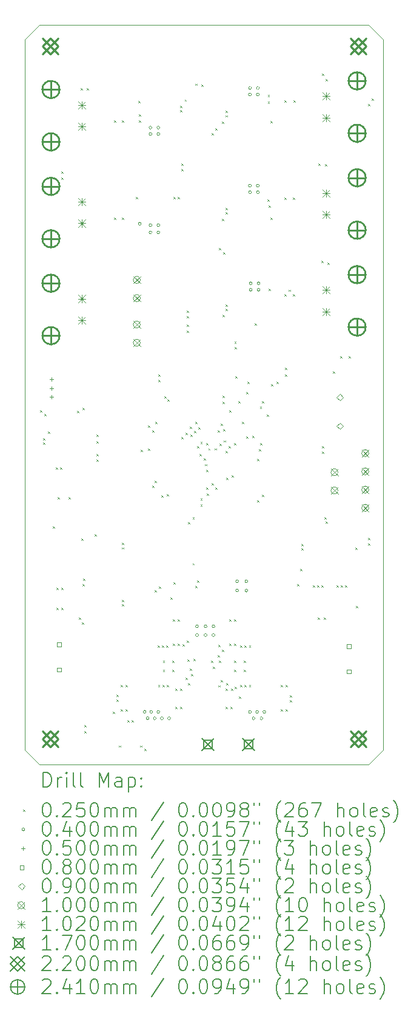
<source format=gbr>
%FSLAX45Y45*%
G04 Gerber Fmt 4.5, Leading zero omitted, Abs format (unit mm)*
G04 Created by KiCad (PCBNEW (6.0.6)) date 2023-02-05 11:57:08*
%MOMM*%
%LPD*%
G01*
G04 APERTURE LIST*
%TA.AperFunction,Profile*%
%ADD10C,0.100000*%
%TD*%
%ADD11C,0.200000*%
%ADD12C,0.025000*%
%ADD13C,0.040000*%
%ADD14C,0.050000*%
%ADD15C,0.080000*%
%ADD16C,0.090000*%
%ADD17C,0.100000*%
%ADD18C,0.102000*%
%ADD19C,0.170000*%
%ADD20C,0.220000*%
%ADD21C,0.241000*%
G04 APERTURE END LIST*
D10*
X17500000Y-4900000D02*
X17700000Y-4700000D01*
X22500000Y-4900000D02*
X22500000Y-14800000D01*
X22500000Y-14800000D02*
X22300000Y-15000000D01*
X22300000Y-4700000D02*
X22500000Y-4900000D01*
X17500000Y-5100000D02*
X17500000Y-4900000D01*
X17500000Y-14800000D02*
X17500000Y-5100000D01*
X17700000Y-15000000D02*
X22300000Y-15000000D01*
X17700000Y-4700000D02*
X22300000Y-4700000D01*
X17500000Y-14800000D02*
X17700000Y-15000000D01*
D11*
D12*
X17707500Y-10067500D02*
X17732500Y-10092500D01*
X17732500Y-10067500D02*
X17707500Y-10092500D01*
X17747500Y-10455500D02*
X17772500Y-10480500D01*
X17772500Y-10455500D02*
X17747500Y-10480500D01*
X17747500Y-10515500D02*
X17772500Y-10540500D01*
X17772500Y-10515500D02*
X17747500Y-10540500D01*
X17767500Y-10117500D02*
X17792500Y-10142500D01*
X17792500Y-10117500D02*
X17767500Y-10142500D01*
X17817500Y-10365500D02*
X17842500Y-10390500D01*
X17842500Y-10365500D02*
X17817500Y-10390500D01*
X17887500Y-11687500D02*
X17912500Y-11712500D01*
X17912500Y-11687500D02*
X17887500Y-11712500D01*
X17927500Y-10865500D02*
X17952500Y-10890500D01*
X17952500Y-10865500D02*
X17927500Y-10890500D01*
X17937500Y-12537500D02*
X17962500Y-12562500D01*
X17962500Y-12537500D02*
X17937500Y-12562500D01*
X17937500Y-12817500D02*
X17962500Y-12842500D01*
X17962500Y-12817500D02*
X17937500Y-12842500D01*
X17957500Y-11275500D02*
X17982500Y-11300500D01*
X17982500Y-11275500D02*
X17957500Y-11300500D01*
X17987500Y-10865500D02*
X18012500Y-10890500D01*
X18012500Y-10865500D02*
X17987500Y-10890500D01*
X18002017Y-6822101D02*
X18027017Y-6847101D01*
X18027017Y-6822101D02*
X18002017Y-6847101D01*
X18007500Y-6737500D02*
X18032500Y-6762500D01*
X18032500Y-6737500D02*
X18007500Y-6762500D01*
X18007500Y-12537500D02*
X18032500Y-12562500D01*
X18032500Y-12537500D02*
X18007500Y-12562500D01*
X18007500Y-12817500D02*
X18032500Y-12842500D01*
X18032500Y-12817500D02*
X18007500Y-12842500D01*
X18107500Y-11277500D02*
X18132500Y-11302500D01*
X18132500Y-11277500D02*
X18107500Y-11302500D01*
X18227500Y-10077500D02*
X18252500Y-10102500D01*
X18252500Y-10077500D02*
X18227500Y-10102500D01*
X18247500Y-12957500D02*
X18272500Y-12982500D01*
X18272500Y-12957500D02*
X18247500Y-12982500D01*
X18277500Y-5577500D02*
X18302500Y-5602500D01*
X18302500Y-5577500D02*
X18277500Y-5602500D01*
X18287500Y-11857500D02*
X18312500Y-11882500D01*
X18312500Y-11857500D02*
X18287500Y-11882500D01*
X18293500Y-13024500D02*
X18318500Y-13049500D01*
X18318500Y-13024500D02*
X18293500Y-13049500D01*
X18297500Y-10037500D02*
X18322500Y-10062500D01*
X18322500Y-10037500D02*
X18297500Y-10062500D01*
X18302500Y-12492500D02*
X18327500Y-12517500D01*
X18327500Y-12492500D02*
X18302500Y-12517500D01*
X18307500Y-12417500D02*
X18332500Y-12442500D01*
X18332500Y-12417500D02*
X18307500Y-12442500D01*
X18327500Y-14457500D02*
X18352500Y-14482500D01*
X18352500Y-14457500D02*
X18327500Y-14482500D01*
X18327500Y-14537500D02*
X18352500Y-14562500D01*
X18352500Y-14537500D02*
X18327500Y-14562500D01*
X18357500Y-5577500D02*
X18382500Y-5602500D01*
X18382500Y-5577500D02*
X18357500Y-5602500D01*
X18467500Y-11797500D02*
X18492500Y-11822500D01*
X18492500Y-11797500D02*
X18467500Y-11822500D01*
X18497500Y-10407500D02*
X18522500Y-10432500D01*
X18522500Y-10407500D02*
X18497500Y-10432500D01*
X18497500Y-10497500D02*
X18522500Y-10522500D01*
X18522500Y-10497500D02*
X18497500Y-10522500D01*
X18497500Y-10677500D02*
X18522500Y-10702500D01*
X18522500Y-10677500D02*
X18497500Y-10702500D01*
X18497500Y-10757500D02*
X18522500Y-10782500D01*
X18522500Y-10757500D02*
X18497500Y-10782500D01*
X18727500Y-14267500D02*
X18752500Y-14292500D01*
X18752500Y-14267500D02*
X18727500Y-14292500D01*
X18737500Y-6027500D02*
X18762500Y-6052500D01*
X18762500Y-6027500D02*
X18737500Y-6052500D01*
X18737500Y-7387500D02*
X18762500Y-7412500D01*
X18762500Y-7387500D02*
X18737500Y-7412500D01*
X18777500Y-14030000D02*
X18802500Y-14055000D01*
X18802500Y-14030000D02*
X18777500Y-14055000D01*
X18777500Y-14097500D02*
X18802500Y-14122500D01*
X18802500Y-14097500D02*
X18777500Y-14122500D01*
X18807500Y-14737500D02*
X18832500Y-14762500D01*
X18832500Y-14737500D02*
X18807500Y-14762500D01*
X18837500Y-13897500D02*
X18862500Y-13922500D01*
X18862500Y-13897500D02*
X18837500Y-13922500D01*
X18837500Y-14237500D02*
X18862500Y-14262500D01*
X18862500Y-14237500D02*
X18837500Y-14262500D01*
X18847500Y-6027500D02*
X18872500Y-6052500D01*
X18872500Y-6027500D02*
X18847500Y-6052500D01*
X18847500Y-7387500D02*
X18872500Y-7412500D01*
X18872500Y-7387500D02*
X18847500Y-7412500D01*
X18847500Y-11917500D02*
X18872500Y-11942500D01*
X18872500Y-11917500D02*
X18847500Y-11942500D01*
X18847500Y-11977500D02*
X18872500Y-12002500D01*
X18872500Y-11977500D02*
X18847500Y-12002500D01*
X18847500Y-12707500D02*
X18872500Y-12732500D01*
X18872500Y-12707500D02*
X18847500Y-12732500D01*
X18847500Y-12767500D02*
X18872500Y-12792500D01*
X18872500Y-12767500D02*
X18847500Y-12792500D01*
X18905000Y-13897500D02*
X18930000Y-13922500D01*
X18930000Y-13897500D02*
X18905000Y-13922500D01*
X18905000Y-14237500D02*
X18930000Y-14262500D01*
X18930000Y-14237500D02*
X18905000Y-14262500D01*
X18927500Y-14387500D02*
X18952500Y-14412500D01*
X18952500Y-14387500D02*
X18927500Y-14412500D01*
X18987500Y-14387500D02*
X19012500Y-14412500D01*
X19012500Y-14387500D02*
X18987500Y-14412500D01*
X19047500Y-7097500D02*
X19072500Y-7122500D01*
X19072500Y-7097500D02*
X19047500Y-7122500D01*
X19077500Y-5757500D02*
X19102500Y-5782500D01*
X19102500Y-5757500D02*
X19077500Y-5782500D01*
X19087500Y-5947500D02*
X19112500Y-5972500D01*
X19112500Y-5947500D02*
X19087500Y-5972500D01*
X19087500Y-6027500D02*
X19112500Y-6052500D01*
X19112500Y-6027500D02*
X19087500Y-6052500D01*
X19107500Y-14737500D02*
X19132500Y-14762500D01*
X19132500Y-14737500D02*
X19107500Y-14762500D01*
X19116877Y-10616877D02*
X19141877Y-10641877D01*
X19141877Y-10616877D02*
X19116877Y-10641877D01*
X19167500Y-14787500D02*
X19192500Y-14812500D01*
X19192500Y-14787500D02*
X19167500Y-14812500D01*
X19212500Y-10602500D02*
X19237500Y-10627500D01*
X19237500Y-10602500D02*
X19212500Y-10627500D01*
X19212923Y-10277797D02*
X19237923Y-10302797D01*
X19237923Y-10277797D02*
X19212923Y-10302797D01*
X19277500Y-10347500D02*
X19302500Y-10372500D01*
X19302500Y-10347500D02*
X19277500Y-10372500D01*
X19277500Y-11117500D02*
X19302500Y-11142500D01*
X19302500Y-11117500D02*
X19277500Y-11142500D01*
X19307500Y-11047500D02*
X19332500Y-11072500D01*
X19332500Y-11047500D02*
X19307500Y-11072500D01*
X19307500Y-12577500D02*
X19332500Y-12602500D01*
X19332500Y-12577500D02*
X19307500Y-12602500D01*
X19317500Y-10227500D02*
X19342500Y-10252500D01*
X19342500Y-10227500D02*
X19317500Y-10252500D01*
X19350000Y-13345000D02*
X19375000Y-13370000D01*
X19375000Y-13345000D02*
X19350000Y-13370000D01*
X19355000Y-13895000D02*
X19380000Y-13920000D01*
X19380000Y-13895000D02*
X19355000Y-13920000D01*
X19357500Y-9567500D02*
X19382500Y-9592500D01*
X19382500Y-9567500D02*
X19357500Y-9592500D01*
X19357500Y-9647500D02*
X19382500Y-9672500D01*
X19382500Y-9647500D02*
X19357500Y-9672500D01*
X19367500Y-12527500D02*
X19392500Y-12552500D01*
X19392500Y-12527500D02*
X19367500Y-12552500D01*
X19397500Y-11257500D02*
X19422500Y-11282500D01*
X19422500Y-11257500D02*
X19397500Y-11282500D01*
X19407500Y-13345000D02*
X19432500Y-13370000D01*
X19432500Y-13345000D02*
X19407500Y-13370000D01*
X19415000Y-13895000D02*
X19440000Y-13920000D01*
X19440000Y-13895000D02*
X19415000Y-13920000D01*
X19422500Y-13555000D02*
X19447500Y-13580000D01*
X19447500Y-13555000D02*
X19422500Y-13580000D01*
X19422500Y-13685000D02*
X19447500Y-13710000D01*
X19447500Y-13685000D02*
X19422500Y-13710000D01*
X19447500Y-9877500D02*
X19472500Y-9902500D01*
X19472500Y-9877500D02*
X19447500Y-9902500D01*
X19467500Y-13345000D02*
X19492500Y-13370000D01*
X19492500Y-13345000D02*
X19467500Y-13370000D01*
X19475000Y-13895000D02*
X19500000Y-13920000D01*
X19500000Y-13895000D02*
X19475000Y-13920000D01*
X19477500Y-11237500D02*
X19502500Y-11262500D01*
X19502500Y-11237500D02*
X19477500Y-11262500D01*
X19487500Y-9917500D02*
X19512500Y-9942500D01*
X19512500Y-9917500D02*
X19487500Y-9942500D01*
X19527500Y-12677500D02*
X19552500Y-12702500D01*
X19552500Y-12677500D02*
X19527500Y-12702500D01*
X19552500Y-13555000D02*
X19577500Y-13580000D01*
X19577500Y-13555000D02*
X19552500Y-13580000D01*
X19552500Y-13682500D02*
X19577500Y-13707500D01*
X19577500Y-13682500D02*
X19552500Y-13707500D01*
X19560000Y-12977500D02*
X19585000Y-13002500D01*
X19585000Y-12977500D02*
X19560000Y-13002500D01*
X19560000Y-13317500D02*
X19585000Y-13342500D01*
X19585000Y-13317500D02*
X19560000Y-13342500D01*
X19567500Y-7097500D02*
X19592500Y-7122500D01*
X19592500Y-7097500D02*
X19567500Y-7122500D01*
X19567500Y-12467500D02*
X19592500Y-12492500D01*
X19592500Y-12467500D02*
X19567500Y-12492500D01*
X19597500Y-13942500D02*
X19622500Y-13967500D01*
X19622500Y-13942500D02*
X19597500Y-13967500D01*
X19597500Y-14197500D02*
X19622500Y-14222500D01*
X19622500Y-14197500D02*
X19597500Y-14222500D01*
X19627500Y-7097500D02*
X19652500Y-7122500D01*
X19652500Y-7097500D02*
X19627500Y-7122500D01*
X19627500Y-12977500D02*
X19652500Y-13002500D01*
X19652500Y-12977500D02*
X19627500Y-13002500D01*
X19627500Y-13317500D02*
X19652500Y-13342500D01*
X19652500Y-13317500D02*
X19627500Y-13342500D01*
X19665000Y-14197500D02*
X19690000Y-14222500D01*
X19690000Y-14197500D02*
X19665000Y-14222500D01*
X19667500Y-5827500D02*
X19692500Y-5852500D01*
X19692500Y-5827500D02*
X19667500Y-5852500D01*
X19667500Y-5887500D02*
X19692500Y-5912500D01*
X19692500Y-5887500D02*
X19667500Y-5912500D01*
X19667500Y-13942500D02*
X19692500Y-13967500D01*
X19692500Y-13942500D02*
X19667500Y-13967500D01*
X19677500Y-6627500D02*
X19702500Y-6652500D01*
X19702500Y-6627500D02*
X19677500Y-6652500D01*
X19677500Y-6707500D02*
X19702500Y-6732500D01*
X19702500Y-6707500D02*
X19677500Y-6732500D01*
X19677500Y-10440050D02*
X19702500Y-10465050D01*
X19702500Y-10440050D02*
X19677500Y-10465050D01*
X19695050Y-13327500D02*
X19720050Y-13352500D01*
X19720050Y-13327500D02*
X19695050Y-13352500D01*
X19727500Y-5737500D02*
X19752500Y-5762500D01*
X19752500Y-5737500D02*
X19727500Y-5762500D01*
X19737500Y-10377500D02*
X19762500Y-10402500D01*
X19762500Y-10377500D02*
X19737500Y-10402500D01*
X19737500Y-13797500D02*
X19762500Y-13822500D01*
X19762500Y-13797500D02*
X19737500Y-13822500D01*
X19757500Y-8677500D02*
X19782500Y-8702500D01*
X19782500Y-8677500D02*
X19757500Y-8702500D01*
X19757500Y-8757500D02*
X19782500Y-8782500D01*
X19782500Y-8757500D02*
X19757500Y-8782500D01*
X19757500Y-8877500D02*
X19782500Y-8902500D01*
X19782500Y-8877500D02*
X19757500Y-8902500D01*
X19757500Y-8962500D02*
X19782500Y-8987500D01*
X19782500Y-8962500D02*
X19757500Y-8987500D01*
X19757500Y-13277500D02*
X19782500Y-13302500D01*
X19782500Y-13277500D02*
X19757500Y-13302500D01*
X19767500Y-13537500D02*
X19792500Y-13562500D01*
X19792500Y-13537500D02*
X19767500Y-13562500D01*
X19774950Y-11624911D02*
X19799950Y-11649911D01*
X19799950Y-11624911D02*
X19774950Y-11649911D01*
X19777500Y-13867500D02*
X19802500Y-13892500D01*
X19802500Y-13867500D02*
X19777500Y-13892500D01*
X19797500Y-13667500D02*
X19822500Y-13692500D01*
X19822500Y-13667500D02*
X19797500Y-13692500D01*
X19799500Y-10299900D02*
X19824500Y-10324900D01*
X19824500Y-10299900D02*
X19799500Y-10324900D01*
X19810057Y-10410057D02*
X19835057Y-10435057D01*
X19835057Y-10410057D02*
X19810057Y-10435057D01*
X19815050Y-13745050D02*
X19840050Y-13770050D01*
X19840050Y-13745050D02*
X19815050Y-13770050D01*
X19837500Y-11557500D02*
X19862500Y-11582500D01*
X19862500Y-11557500D02*
X19837500Y-11582500D01*
X19837500Y-12197500D02*
X19862500Y-12222500D01*
X19862500Y-12197500D02*
X19837500Y-12222500D01*
X19847500Y-13527500D02*
X19872500Y-13552500D01*
X19872500Y-13527500D02*
X19847500Y-13552500D01*
X19860057Y-10360057D02*
X19885057Y-10385057D01*
X19885057Y-10360057D02*
X19860057Y-10385057D01*
X19877500Y-5517500D02*
X19902500Y-5542500D01*
X19902500Y-5517500D02*
X19877500Y-5542500D01*
X19877500Y-10227500D02*
X19902500Y-10252500D01*
X19902500Y-10227500D02*
X19877500Y-10252500D01*
X19877500Y-12517500D02*
X19902500Y-12542500D01*
X19902500Y-12517500D02*
X19877500Y-12542500D01*
X19897500Y-12437500D02*
X19922500Y-12462500D01*
X19922500Y-12437500D02*
X19897500Y-12462500D01*
X19899943Y-10569943D02*
X19924943Y-10594943D01*
X19924943Y-10569943D02*
X19899943Y-10594943D01*
X19916332Y-10303782D02*
X19941332Y-10328782D01*
X19941332Y-10303782D02*
X19916332Y-10328782D01*
X19937500Y-10677500D02*
X19962500Y-10702500D01*
X19962500Y-10677500D02*
X19937500Y-10702500D01*
X19947500Y-10507500D02*
X19972500Y-10532500D01*
X19972500Y-10507500D02*
X19947500Y-10532500D01*
X19947500Y-11297500D02*
X19972500Y-11322500D01*
X19972500Y-11297500D02*
X19947500Y-11322500D01*
X19947500Y-11377500D02*
X19972500Y-11402500D01*
X19972500Y-11377500D02*
X19947500Y-11402500D01*
X19957500Y-5527500D02*
X19982500Y-5552500D01*
X19982500Y-5527500D02*
X19957500Y-5552500D01*
X19997500Y-10737500D02*
X20022500Y-10762500D01*
X20022500Y-10737500D02*
X19997500Y-10762500D01*
X20007500Y-10817500D02*
X20032500Y-10842500D01*
X20032500Y-10817500D02*
X20007500Y-10842500D01*
X20027500Y-10527500D02*
X20052500Y-10552500D01*
X20052500Y-10527500D02*
X20027500Y-10552500D01*
X20027500Y-10897500D02*
X20052500Y-10922500D01*
X20052500Y-10897500D02*
X20027500Y-10922500D01*
X20027500Y-11147500D02*
X20052500Y-11172500D01*
X20052500Y-11147500D02*
X20027500Y-11172500D01*
X20037500Y-11227550D02*
X20062500Y-11252550D01*
X20062500Y-11227550D02*
X20037500Y-11252550D01*
X20057500Y-10597500D02*
X20082500Y-10622500D01*
X20082500Y-10597500D02*
X20057500Y-10622500D01*
X20097500Y-13557500D02*
X20122500Y-13582500D01*
X20122500Y-13557500D02*
X20097500Y-13582500D01*
X20104300Y-6210500D02*
X20129300Y-6235500D01*
X20129300Y-6210500D02*
X20104300Y-6235500D01*
X20107500Y-11087500D02*
X20132500Y-11112500D01*
X20132500Y-11087500D02*
X20107500Y-11112500D01*
X20117500Y-13637500D02*
X20142500Y-13662500D01*
X20142500Y-13637500D02*
X20117500Y-13662500D01*
X20147500Y-10597500D02*
X20172500Y-10622500D01*
X20172500Y-10597500D02*
X20147500Y-10622500D01*
X20157500Y-6137500D02*
X20182500Y-6162500D01*
X20182500Y-6137500D02*
X20157500Y-6162500D01*
X20157500Y-11147500D02*
X20182500Y-11172500D01*
X20182500Y-11147500D02*
X20157500Y-11172500D01*
X20187500Y-10347500D02*
X20212500Y-10372500D01*
X20212500Y-10347500D02*
X20187500Y-10372500D01*
X20187500Y-13477500D02*
X20212500Y-13502500D01*
X20212500Y-13477500D02*
X20187500Y-13502500D01*
X20196174Y-13338996D02*
X20221174Y-13363996D01*
X20221174Y-13338996D02*
X20196174Y-13363996D01*
X20199950Y-13899336D02*
X20224950Y-13924336D01*
X20224950Y-13899336D02*
X20199950Y-13924336D01*
X20205900Y-7810700D02*
X20230900Y-7835700D01*
X20230900Y-7810700D02*
X20205900Y-7835700D01*
X20207500Y-13555050D02*
X20232500Y-13580050D01*
X20232500Y-13555050D02*
X20207500Y-13580050D01*
X20217500Y-10537500D02*
X20242500Y-10562500D01*
X20242500Y-10537500D02*
X20217500Y-10562500D01*
X20227500Y-10257500D02*
X20252500Y-10282500D01*
X20252500Y-10257500D02*
X20227500Y-10282500D01*
X20227500Y-13827500D02*
X20252500Y-13852500D01*
X20252500Y-13827500D02*
X20227500Y-13852500D01*
X20246343Y-13402938D02*
X20271343Y-13427938D01*
X20271343Y-13402938D02*
X20246343Y-13427938D01*
X20247500Y-6047500D02*
X20272500Y-6072500D01*
X20272500Y-6047500D02*
X20247500Y-6072500D01*
X20247500Y-7397500D02*
X20272500Y-7422500D01*
X20272500Y-7397500D02*
X20247500Y-7422500D01*
X20253123Y-9861877D02*
X20278123Y-9886877D01*
X20278123Y-9861877D02*
X20253123Y-9886877D01*
X20257500Y-8737500D02*
X20282500Y-8762500D01*
X20282500Y-8737500D02*
X20257500Y-8762500D01*
X20257500Y-9947500D02*
X20282500Y-9972500D01*
X20282500Y-9947500D02*
X20257500Y-9972500D01*
X20267168Y-7868150D02*
X20292168Y-7893150D01*
X20292168Y-7868150D02*
X20267168Y-7893150D01*
X20267500Y-10327500D02*
X20292500Y-10352500D01*
X20292500Y-10327500D02*
X20267500Y-10352500D01*
X20277500Y-10487500D02*
X20302500Y-10512500D01*
X20302500Y-10487500D02*
X20277500Y-10512500D01*
X20297500Y-5897500D02*
X20322500Y-5922500D01*
X20322500Y-5897500D02*
X20297500Y-5922500D01*
X20297500Y-5957500D02*
X20322500Y-5982500D01*
X20322500Y-5957500D02*
X20297500Y-5982500D01*
X20297500Y-7247500D02*
X20322500Y-7272500D01*
X20322500Y-7247500D02*
X20297500Y-7272500D01*
X20297500Y-7307500D02*
X20322500Y-7332500D01*
X20322500Y-7307500D02*
X20297500Y-7332500D01*
X20297500Y-8597500D02*
X20322500Y-8622500D01*
X20322500Y-8597500D02*
X20297500Y-8622500D01*
X20297500Y-8657500D02*
X20322500Y-8682500D01*
X20322500Y-8657500D02*
X20297500Y-8682500D01*
X20297500Y-10637500D02*
X20322500Y-10662500D01*
X20322500Y-10637500D02*
X20297500Y-10662500D01*
X20302179Y-13946118D02*
X20327179Y-13971118D01*
X20327179Y-13946118D02*
X20302179Y-13971118D01*
X20302179Y-14201118D02*
X20327179Y-14226118D01*
X20327179Y-14201118D02*
X20302179Y-14226118D01*
X20307500Y-11007500D02*
X20332500Y-11032500D01*
X20332500Y-11007500D02*
X20307500Y-11032500D01*
X20307500Y-13867500D02*
X20332500Y-13892500D01*
X20332500Y-13867500D02*
X20307500Y-13892500D01*
X20337500Y-10567500D02*
X20362500Y-10592500D01*
X20362500Y-10567500D02*
X20337500Y-10592500D01*
X20347500Y-10067500D02*
X20372500Y-10092500D01*
X20372500Y-10067500D02*
X20347500Y-10092500D01*
X20350000Y-12977500D02*
X20375000Y-13002500D01*
X20375000Y-12977500D02*
X20350000Y-13002500D01*
X20350000Y-13317500D02*
X20375000Y-13342500D01*
X20375000Y-13317500D02*
X20350000Y-13342500D01*
X20369679Y-14201118D02*
X20394679Y-14226118D01*
X20394679Y-14201118D02*
X20369679Y-14226118D01*
X20372179Y-13946118D02*
X20397179Y-13971118D01*
X20397179Y-13946118D02*
X20372179Y-13971118D01*
X20387500Y-10977500D02*
X20412500Y-11002500D01*
X20412500Y-10977500D02*
X20387500Y-11002500D01*
X20417500Y-10524950D02*
X20442500Y-10549950D01*
X20442500Y-10524950D02*
X20417500Y-10549950D01*
X20417500Y-12977500D02*
X20442500Y-13002500D01*
X20442500Y-12977500D02*
X20417500Y-13002500D01*
X20417500Y-13317500D02*
X20442500Y-13342500D01*
X20442500Y-13317500D02*
X20417500Y-13342500D01*
X20420000Y-13557500D02*
X20445000Y-13582500D01*
X20445000Y-13557500D02*
X20420000Y-13582500D01*
X20420000Y-13685000D02*
X20445000Y-13710000D01*
X20445000Y-13685000D02*
X20420000Y-13710000D01*
X20421800Y-9107500D02*
X20446800Y-9132500D01*
X20446800Y-9107500D02*
X20421800Y-9132500D01*
X20424424Y-9187500D02*
X20449424Y-9212500D01*
X20449424Y-9187500D02*
X20424424Y-9212500D01*
X20427500Y-13917500D02*
X20452500Y-13942500D01*
X20452500Y-13917500D02*
X20427500Y-13942500D01*
X20437500Y-9597500D02*
X20462500Y-9622500D01*
X20462500Y-9597500D02*
X20437500Y-9622500D01*
X20479969Y-9939969D02*
X20504969Y-9964969D01*
X20504969Y-9939969D02*
X20479969Y-9964969D01*
X20487500Y-14057500D02*
X20512500Y-14082500D01*
X20512500Y-14057500D02*
X20487500Y-14082500D01*
X20505000Y-13345000D02*
X20530000Y-13370000D01*
X20530000Y-13345000D02*
X20505000Y-13370000D01*
X20505000Y-13895000D02*
X20530000Y-13920000D01*
X20530000Y-13895000D02*
X20505000Y-13920000D01*
X20526162Y-10226462D02*
X20551162Y-10251462D01*
X20551162Y-10226462D02*
X20526162Y-10251462D01*
X20552500Y-13555000D02*
X20577500Y-13580000D01*
X20577500Y-13555000D02*
X20552500Y-13580000D01*
X20552500Y-13685000D02*
X20577500Y-13710000D01*
X20577500Y-13685000D02*
X20552500Y-13710000D01*
X20565000Y-13345000D02*
X20590000Y-13370000D01*
X20590000Y-13345000D02*
X20565000Y-13370000D01*
X20565000Y-13895000D02*
X20590000Y-13920000D01*
X20590000Y-13895000D02*
X20565000Y-13920000D01*
X20587500Y-10430050D02*
X20612500Y-10455050D01*
X20612500Y-10430050D02*
X20587500Y-10455050D01*
X20587968Y-9817968D02*
X20612968Y-9842968D01*
X20612968Y-9817968D02*
X20587968Y-9842968D01*
X20607500Y-9667500D02*
X20632500Y-9692500D01*
X20632500Y-9667500D02*
X20607500Y-9692500D01*
X20625000Y-13345000D02*
X20650000Y-13370000D01*
X20650000Y-13345000D02*
X20625000Y-13370000D01*
X20625000Y-13895000D02*
X20650000Y-13920000D01*
X20650000Y-13895000D02*
X20625000Y-13920000D01*
X20667500Y-10427500D02*
X20692500Y-10452500D01*
X20692500Y-10427500D02*
X20667500Y-10452500D01*
X20707500Y-8857500D02*
X20732500Y-8882500D01*
X20732500Y-8857500D02*
X20707500Y-8882500D01*
X20737500Y-11317500D02*
X20762500Y-11342500D01*
X20762500Y-11317500D02*
X20737500Y-11342500D01*
X20739300Y-10744400D02*
X20764300Y-10769400D01*
X20764300Y-10744400D02*
X20739300Y-10769400D01*
X20767500Y-10607500D02*
X20792500Y-10632500D01*
X20792500Y-10607500D02*
X20767500Y-10632500D01*
X20777500Y-10017500D02*
X20802500Y-10042500D01*
X20802500Y-10017500D02*
X20777500Y-10042500D01*
X20780306Y-10525940D02*
X20805306Y-10550940D01*
X20805306Y-10525940D02*
X20780306Y-10550940D01*
X20807500Y-9937500D02*
X20832500Y-9962500D01*
X20832500Y-9937500D02*
X20807500Y-9962500D01*
X20807500Y-11247500D02*
X20832500Y-11272500D01*
X20832500Y-11247500D02*
X20807500Y-11272500D01*
X20877500Y-10127500D02*
X20902500Y-10152500D01*
X20902500Y-10127500D02*
X20877500Y-10152500D01*
X20882450Y-7127500D02*
X20907450Y-7152500D01*
X20907450Y-7127500D02*
X20882450Y-7152500D01*
X20887500Y-5677500D02*
X20912500Y-5702500D01*
X20912500Y-5677500D02*
X20887500Y-5702500D01*
X20887500Y-5767500D02*
X20912500Y-5792500D01*
X20912500Y-5767500D02*
X20887500Y-5792500D01*
X20897475Y-7217475D02*
X20922475Y-7242475D01*
X20922475Y-7217475D02*
X20897475Y-7242475D01*
X20897500Y-8377500D02*
X20922500Y-8402500D01*
X20922500Y-8377500D02*
X20897500Y-8402500D01*
X20927500Y-6037500D02*
X20952500Y-6062500D01*
X20952500Y-6037500D02*
X20927500Y-6062500D01*
X20927500Y-7387500D02*
X20952500Y-7412500D01*
X20952500Y-7387500D02*
X20927500Y-7412500D01*
X20930050Y-9707500D02*
X20955050Y-9732500D01*
X20955050Y-9707500D02*
X20930050Y-9732500D01*
X21007500Y-9667500D02*
X21032500Y-9692500D01*
X21032500Y-9667500D02*
X21007500Y-9692500D01*
X21070000Y-13897500D02*
X21095000Y-13922500D01*
X21095000Y-13897500D02*
X21070000Y-13922500D01*
X21070000Y-14237500D02*
X21095000Y-14262500D01*
X21095000Y-14237500D02*
X21070000Y-14262500D01*
X21117500Y-5747500D02*
X21142500Y-5772500D01*
X21142500Y-5747500D02*
X21117500Y-5772500D01*
X21117500Y-7107500D02*
X21142500Y-7132500D01*
X21142500Y-7107500D02*
X21117500Y-7132500D01*
X21117500Y-8447500D02*
X21142500Y-8472500D01*
X21142500Y-8447500D02*
X21117500Y-8472500D01*
X21130050Y-9477500D02*
X21155050Y-9502500D01*
X21155050Y-9477500D02*
X21130050Y-9502500D01*
X21130050Y-9567500D02*
X21155050Y-9592500D01*
X21155050Y-9567500D02*
X21130050Y-9592500D01*
X21137500Y-13897500D02*
X21162500Y-13922500D01*
X21162500Y-13897500D02*
X21137500Y-13922500D01*
X21137500Y-14237500D02*
X21162500Y-14262500D01*
X21162500Y-14237500D02*
X21137500Y-14262500D01*
X21177500Y-8387500D02*
X21202500Y-8412500D01*
X21202500Y-8387500D02*
X21177500Y-8412500D01*
X21197500Y-14037500D02*
X21222500Y-14062500D01*
X21222500Y-14037500D02*
X21197500Y-14062500D01*
X21197500Y-14105000D02*
X21222500Y-14130000D01*
X21222500Y-14105000D02*
X21197500Y-14130000D01*
X21237500Y-7107500D02*
X21262500Y-7132500D01*
X21262500Y-7107500D02*
X21237500Y-7132500D01*
X21237500Y-8447500D02*
X21262500Y-8472500D01*
X21262500Y-8447500D02*
X21237500Y-8472500D01*
X21247500Y-5747450D02*
X21272500Y-5772450D01*
X21272500Y-5747450D02*
X21247500Y-5772450D01*
X21297500Y-12487500D02*
X21322500Y-12512500D01*
X21322500Y-12487500D02*
X21297500Y-12512500D01*
X21341961Y-12281801D02*
X21366961Y-12306801D01*
X21366961Y-12281801D02*
X21341961Y-12306801D01*
X21357500Y-11927500D02*
X21382500Y-11952500D01*
X21382500Y-11927500D02*
X21357500Y-11952500D01*
X21357500Y-11987500D02*
X21382500Y-12012500D01*
X21382500Y-11987500D02*
X21357500Y-12012500D01*
X21517500Y-12507500D02*
X21542500Y-12532500D01*
X21542500Y-12507500D02*
X21517500Y-12532500D01*
X21577500Y-12507500D02*
X21602500Y-12532500D01*
X21602500Y-12507500D02*
X21577500Y-12532500D01*
X21587500Y-12957500D02*
X21612500Y-12982500D01*
X21612500Y-12957500D02*
X21587500Y-12982500D01*
X21598038Y-6628038D02*
X21623038Y-6653038D01*
X21623038Y-6628038D02*
X21598038Y-6653038D01*
X21637500Y-7987500D02*
X21662500Y-8012500D01*
X21662500Y-7987500D02*
X21637500Y-8012500D01*
X21637500Y-12507500D02*
X21662500Y-12532500D01*
X21662500Y-12507500D02*
X21637500Y-12532500D01*
X21647500Y-5377500D02*
X21672500Y-5402500D01*
X21672500Y-5377500D02*
X21647500Y-5402500D01*
X21647500Y-10567500D02*
X21672500Y-10592500D01*
X21672500Y-10567500D02*
X21647500Y-10592500D01*
X21647500Y-10647500D02*
X21672500Y-10672500D01*
X21672500Y-10647500D02*
X21647500Y-10672500D01*
X21667500Y-12957500D02*
X21692500Y-12982500D01*
X21692500Y-12957500D02*
X21667500Y-12982500D01*
X21677500Y-11557500D02*
X21702500Y-11582500D01*
X21702500Y-11557500D02*
X21677500Y-11582500D01*
X21687500Y-6637500D02*
X21712500Y-6662500D01*
X21712500Y-6637500D02*
X21687500Y-6662500D01*
X21697500Y-5457500D02*
X21722500Y-5482500D01*
X21722500Y-5457500D02*
X21697500Y-5482500D01*
X21697500Y-11617500D02*
X21722500Y-11642500D01*
X21722500Y-11617500D02*
X21697500Y-11642500D01*
X21717500Y-8007500D02*
X21742500Y-8032500D01*
X21742500Y-8007500D02*
X21717500Y-8032500D01*
X21797500Y-9527500D02*
X21822500Y-9552500D01*
X21822500Y-9527500D02*
X21797500Y-9552500D01*
X21847500Y-12507500D02*
X21872500Y-12532500D01*
X21872500Y-12507500D02*
X21847500Y-12532500D01*
X21897500Y-9317500D02*
X21922500Y-9342500D01*
X21922500Y-9317500D02*
X21897500Y-9342500D01*
X21907500Y-12507500D02*
X21932500Y-12532500D01*
X21932500Y-12507500D02*
X21907500Y-12532500D01*
X21967500Y-12507500D02*
X21992500Y-12532500D01*
X21992500Y-12507500D02*
X21967500Y-12532500D01*
X22017500Y-9317500D02*
X22042500Y-9342500D01*
X22042500Y-9317500D02*
X22017500Y-9342500D01*
X22108500Y-11978500D02*
X22133500Y-12003500D01*
X22133500Y-11978500D02*
X22108500Y-12003500D01*
X22117500Y-12797500D02*
X22142500Y-12822500D01*
X22142500Y-12797500D02*
X22117500Y-12822500D01*
X22287500Y-5797500D02*
X22312500Y-5822500D01*
X22312500Y-5797500D02*
X22287500Y-5822500D01*
X22287500Y-11847500D02*
X22312500Y-11872500D01*
X22312500Y-11847500D02*
X22287500Y-11872500D01*
X22287500Y-11923563D02*
X22312500Y-11948563D01*
X22312500Y-11923563D02*
X22287500Y-11948563D01*
X22337500Y-5727500D02*
X22362500Y-5752500D01*
X22362500Y-5727500D02*
X22337500Y-5752500D01*
D13*
X19120050Y-7470000D02*
G75*
G03*
X19120050Y-7470000I-20000J0D01*
G01*
X19190000Y-14270000D02*
G75*
G03*
X19190000Y-14270000I-20000J0D01*
G01*
X19230000Y-14360000D02*
G75*
G03*
X19230000Y-14360000I-20000J0D01*
G01*
X19270000Y-6130000D02*
G75*
G03*
X19270000Y-6130000I-20000J0D01*
G01*
X19270000Y-6220000D02*
G75*
G03*
X19270000Y-6220000I-20000J0D01*
G01*
X19270000Y-7490000D02*
G75*
G03*
X19270000Y-7490000I-20000J0D01*
G01*
X19270000Y-7590000D02*
G75*
G03*
X19270000Y-7590000I-20000J0D01*
G01*
X19280000Y-14270000D02*
G75*
G03*
X19280000Y-14270000I-20000J0D01*
G01*
X19330000Y-14360000D02*
G75*
G03*
X19330000Y-14360000I-20000J0D01*
G01*
X19380000Y-6130000D02*
G75*
G03*
X19380000Y-6130000I-20000J0D01*
G01*
X19380000Y-6220000D02*
G75*
G03*
X19380000Y-6220000I-20000J0D01*
G01*
X19380000Y-7490000D02*
G75*
G03*
X19380000Y-7490000I-20000J0D01*
G01*
X19380000Y-7590000D02*
G75*
G03*
X19380000Y-7590000I-20000J0D01*
G01*
X19380000Y-14270000D02*
G75*
G03*
X19380000Y-14270000I-20000J0D01*
G01*
X19430000Y-14360000D02*
G75*
G03*
X19430000Y-14360000I-20000J0D01*
G01*
X19530000Y-14360000D02*
G75*
G03*
X19530000Y-14360000I-20000J0D01*
G01*
X19920000Y-13080000D02*
G75*
G03*
X19920000Y-13080000I-20000J0D01*
G01*
X19920000Y-13200000D02*
G75*
G03*
X19920000Y-13200000I-20000J0D01*
G01*
X20040000Y-13080000D02*
G75*
G03*
X20040000Y-13080000I-20000J0D01*
G01*
X20040000Y-13200000D02*
G75*
G03*
X20040000Y-13200000I-20000J0D01*
G01*
X20150000Y-13080000D02*
G75*
G03*
X20150000Y-13080000I-20000J0D01*
G01*
X20150000Y-13200000D02*
G75*
G03*
X20150000Y-13200000I-20000J0D01*
G01*
X20480000Y-12450000D02*
G75*
G03*
X20480000Y-12450000I-20000J0D01*
G01*
X20480000Y-12580000D02*
G75*
G03*
X20480000Y-12580000I-20000J0D01*
G01*
X20610000Y-12450000D02*
G75*
G03*
X20610000Y-12450000I-20000J0D01*
G01*
X20610000Y-12580000D02*
G75*
G03*
X20610000Y-12580000I-20000J0D01*
G01*
X20660000Y-5580000D02*
G75*
G03*
X20660000Y-5580000I-20000J0D01*
G01*
X20660000Y-5670000D02*
G75*
G03*
X20660000Y-5670000I-20000J0D01*
G01*
X20660000Y-6940000D02*
G75*
G03*
X20660000Y-6940000I-20000J0D01*
G01*
X20660000Y-7030000D02*
G75*
G03*
X20660000Y-7030000I-20000J0D01*
G01*
X20660000Y-14270000D02*
G75*
G03*
X20660000Y-14270000I-20000J0D01*
G01*
X20670000Y-8300000D02*
G75*
G03*
X20670000Y-8300000I-20000J0D01*
G01*
X20670000Y-8390000D02*
G75*
G03*
X20670000Y-8390000I-20000J0D01*
G01*
X20710000Y-14360000D02*
G75*
G03*
X20710000Y-14360000I-20000J0D01*
G01*
X20760000Y-14270000D02*
G75*
G03*
X20760000Y-14270000I-20000J0D01*
G01*
X20770000Y-5580000D02*
G75*
G03*
X20770000Y-5580000I-20000J0D01*
G01*
X20770000Y-5670000D02*
G75*
G03*
X20770000Y-5670000I-20000J0D01*
G01*
X20770000Y-6940000D02*
G75*
G03*
X20770000Y-6940000I-20000J0D01*
G01*
X20770000Y-7030000D02*
G75*
G03*
X20770000Y-7030000I-20000J0D01*
G01*
X20780000Y-8300000D02*
G75*
G03*
X20780000Y-8300000I-20000J0D01*
G01*
X20780000Y-8390000D02*
G75*
G03*
X20780000Y-8390000I-20000J0D01*
G01*
X20820000Y-14360000D02*
G75*
G03*
X20820000Y-14360000I-20000J0D01*
G01*
X20860000Y-14270000D02*
G75*
G03*
X20860000Y-14270000I-20000J0D01*
G01*
D14*
X17870000Y-9610000D02*
X17870000Y-9660000D01*
X17845000Y-9635000D02*
X17895000Y-9635000D01*
X17870000Y-9735000D02*
X17870000Y-9785000D01*
X17845000Y-9760000D02*
X17895000Y-9760000D01*
X17870000Y-9860000D02*
X17870000Y-9910000D01*
X17845000Y-9885000D02*
X17895000Y-9885000D01*
D15*
X18000785Y-13360784D02*
X18000785Y-13304215D01*
X17944216Y-13304215D01*
X17944216Y-13360784D01*
X18000785Y-13360784D01*
X18000785Y-13710784D02*
X18000785Y-13654215D01*
X17944216Y-13654215D01*
X17944216Y-13710784D01*
X18000785Y-13710784D01*
X22050785Y-13385784D02*
X22050785Y-13329215D01*
X21994216Y-13329215D01*
X21994216Y-13385784D01*
X22050785Y-13385784D01*
X22050785Y-13735784D02*
X22050785Y-13679215D01*
X21994216Y-13679215D01*
X21994216Y-13735784D01*
X22050785Y-13735784D01*
D16*
X21894800Y-9932000D02*
X21939800Y-9887000D01*
X21894800Y-9842000D01*
X21849800Y-9887000D01*
X21894800Y-9932000D01*
X21894800Y-10332000D02*
X21939800Y-10287000D01*
X21894800Y-10242000D01*
X21849800Y-10287000D01*
X21894800Y-10332000D01*
D17*
X19010000Y-8202500D02*
X19110000Y-8302500D01*
X19110000Y-8202500D02*
X19010000Y-8302500D01*
X19110000Y-8252500D02*
G75*
G03*
X19110000Y-8252500I-50000J0D01*
G01*
X19010000Y-8456500D02*
X19110000Y-8556500D01*
X19110000Y-8456500D02*
X19010000Y-8556500D01*
X19110000Y-8506500D02*
G75*
G03*
X19110000Y-8506500I-50000J0D01*
G01*
X19010000Y-8823500D02*
X19110000Y-8923500D01*
X19110000Y-8823500D02*
X19010000Y-8923500D01*
X19110000Y-8873500D02*
G75*
G03*
X19110000Y-8873500I-50000J0D01*
G01*
X19010000Y-9077500D02*
X19110000Y-9177500D01*
X19110000Y-9077500D02*
X19010000Y-9177500D01*
X19110000Y-9127500D02*
G75*
G03*
X19110000Y-9127500I-50000J0D01*
G01*
X21770000Y-10882500D02*
X21870000Y-10982500D01*
X21870000Y-10882500D02*
X21770000Y-10982500D01*
X21870000Y-10932500D02*
G75*
G03*
X21870000Y-10932500I-50000J0D01*
G01*
X21770000Y-11136500D02*
X21870000Y-11236500D01*
X21870000Y-11136500D02*
X21770000Y-11236500D01*
X21870000Y-11186500D02*
G75*
G03*
X21870000Y-11186500I-50000J0D01*
G01*
X22200000Y-10617000D02*
X22300000Y-10717000D01*
X22300000Y-10617000D02*
X22200000Y-10717000D01*
X22300000Y-10667000D02*
G75*
G03*
X22300000Y-10667000I-50000J0D01*
G01*
X22200000Y-10871000D02*
X22300000Y-10971000D01*
X22300000Y-10871000D02*
X22200000Y-10971000D01*
X22300000Y-10921000D02*
G75*
G03*
X22300000Y-10921000I-50000J0D01*
G01*
X22200000Y-11125000D02*
X22300000Y-11225000D01*
X22300000Y-11125000D02*
X22200000Y-11225000D01*
X22300000Y-11175000D02*
G75*
G03*
X22300000Y-11175000I-50000J0D01*
G01*
X22200000Y-11379000D02*
X22300000Y-11479000D01*
X22300000Y-11379000D02*
X22200000Y-11479000D01*
X22300000Y-11429000D02*
G75*
G03*
X22300000Y-11429000I-50000J0D01*
G01*
D18*
X18242025Y-5763500D02*
X18344025Y-5865500D01*
X18344025Y-5763500D02*
X18242025Y-5865500D01*
X18293025Y-5763500D02*
X18293025Y-5865500D01*
X18242025Y-5814500D02*
X18344025Y-5814500D01*
X18242025Y-6063500D02*
X18344025Y-6165500D01*
X18344025Y-6063500D02*
X18242025Y-6165500D01*
X18293025Y-6063500D02*
X18293025Y-6165500D01*
X18242025Y-6114500D02*
X18344025Y-6114500D01*
X18242025Y-7113500D02*
X18344025Y-7215500D01*
X18344025Y-7113500D02*
X18242025Y-7215500D01*
X18293025Y-7113500D02*
X18293025Y-7215500D01*
X18242025Y-7164500D02*
X18344025Y-7164500D01*
X18242025Y-7413500D02*
X18344025Y-7515500D01*
X18344025Y-7413500D02*
X18242025Y-7515500D01*
X18293025Y-7413500D02*
X18293025Y-7515500D01*
X18242025Y-7464500D02*
X18344025Y-7464500D01*
X18242025Y-8463500D02*
X18344025Y-8565500D01*
X18344025Y-8463500D02*
X18242025Y-8565500D01*
X18293025Y-8463500D02*
X18293025Y-8565500D01*
X18242025Y-8514500D02*
X18344025Y-8514500D01*
X18242025Y-8763500D02*
X18344025Y-8865500D01*
X18344025Y-8763500D02*
X18242025Y-8865500D01*
X18293025Y-8763500D02*
X18293025Y-8865500D01*
X18242025Y-8814500D02*
X18344025Y-8814500D01*
X21653300Y-5643700D02*
X21755300Y-5745700D01*
X21755300Y-5643700D02*
X21653300Y-5745700D01*
X21704300Y-5643700D02*
X21704300Y-5745700D01*
X21653300Y-5694700D02*
X21755300Y-5694700D01*
X21653300Y-5943700D02*
X21755300Y-6045700D01*
X21755300Y-5943700D02*
X21653300Y-6045700D01*
X21704300Y-5943700D02*
X21704300Y-6045700D01*
X21653300Y-5994700D02*
X21755300Y-5994700D01*
X21653300Y-6993700D02*
X21755300Y-7095700D01*
X21755300Y-6993700D02*
X21653300Y-7095700D01*
X21704300Y-6993700D02*
X21704300Y-7095700D01*
X21653300Y-7044700D02*
X21755300Y-7044700D01*
X21653300Y-7293700D02*
X21755300Y-7395700D01*
X21755300Y-7293700D02*
X21653300Y-7395700D01*
X21704300Y-7293700D02*
X21704300Y-7395700D01*
X21653300Y-7344700D02*
X21755300Y-7344700D01*
X21653300Y-8343700D02*
X21755300Y-8445700D01*
X21755300Y-8343700D02*
X21653300Y-8445700D01*
X21704300Y-8343700D02*
X21704300Y-8445700D01*
X21653300Y-8394700D02*
X21755300Y-8394700D01*
X21653300Y-8643700D02*
X21755300Y-8745700D01*
X21755300Y-8643700D02*
X21653300Y-8745700D01*
X21704300Y-8643700D02*
X21704300Y-8745700D01*
X21653300Y-8694700D02*
X21755300Y-8694700D01*
D19*
X19966250Y-14637500D02*
X20136250Y-14807500D01*
X20136250Y-14637500D02*
X19966250Y-14807500D01*
X20111355Y-14782605D02*
X20111355Y-14662395D01*
X19991145Y-14662395D01*
X19991145Y-14782605D01*
X20111355Y-14782605D01*
X20536250Y-14637500D02*
X20706250Y-14807500D01*
X20706250Y-14637500D02*
X20536250Y-14807500D01*
X20681355Y-14782605D02*
X20681355Y-14662395D01*
X20561145Y-14662395D01*
X20561145Y-14782605D01*
X20681355Y-14782605D01*
D20*
X17740000Y-4890000D02*
X17960000Y-5110000D01*
X17960000Y-4890000D02*
X17740000Y-5110000D01*
X17850000Y-5110000D02*
X17960000Y-5000000D01*
X17850000Y-4890000D01*
X17740000Y-5000000D01*
X17850000Y-5110000D01*
X17740000Y-14540000D02*
X17960000Y-14760000D01*
X17960000Y-14540000D02*
X17740000Y-14760000D01*
X17850000Y-14760000D02*
X17960000Y-14650000D01*
X17850000Y-14540000D01*
X17740000Y-14650000D01*
X17850000Y-14760000D01*
X22040000Y-4890000D02*
X22260000Y-5110000D01*
X22260000Y-4890000D02*
X22040000Y-5110000D01*
X22150000Y-5110000D02*
X22260000Y-5000000D01*
X22150000Y-4890000D01*
X22040000Y-5000000D01*
X22150000Y-5110000D01*
X22040000Y-14540000D02*
X22260000Y-14760000D01*
X22260000Y-14540000D02*
X22040000Y-14760000D01*
X22150000Y-14760000D02*
X22260000Y-14650000D01*
X22150000Y-14540000D01*
X22040000Y-14650000D01*
X22150000Y-14760000D01*
D21*
X17861025Y-5479000D02*
X17861025Y-5720000D01*
X17740525Y-5599500D02*
X17981525Y-5599500D01*
X17981525Y-5599500D02*
G75*
G03*
X17981525Y-5599500I-120500J0D01*
G01*
X17861025Y-6209000D02*
X17861025Y-6450000D01*
X17740525Y-6329500D02*
X17981525Y-6329500D01*
X17981525Y-6329500D02*
G75*
G03*
X17981525Y-6329500I-120500J0D01*
G01*
X17861025Y-6829000D02*
X17861025Y-7070000D01*
X17740525Y-6949500D02*
X17981525Y-6949500D01*
X17981525Y-6949500D02*
G75*
G03*
X17981525Y-6949500I-120500J0D01*
G01*
X17861025Y-7559000D02*
X17861025Y-7800000D01*
X17740525Y-7679500D02*
X17981525Y-7679500D01*
X17981525Y-7679500D02*
G75*
G03*
X17981525Y-7679500I-120500J0D01*
G01*
X17861025Y-8179000D02*
X17861025Y-8420000D01*
X17740525Y-8299500D02*
X17981525Y-8299500D01*
X17981525Y-8299500D02*
G75*
G03*
X17981525Y-8299500I-120500J0D01*
G01*
X17861025Y-8909000D02*
X17861025Y-9150000D01*
X17740525Y-9029500D02*
X17981525Y-9029500D01*
X17981525Y-9029500D02*
G75*
G03*
X17981525Y-9029500I-120500J0D01*
G01*
X22136300Y-5359200D02*
X22136300Y-5600200D01*
X22015800Y-5479700D02*
X22256800Y-5479700D01*
X22256800Y-5479700D02*
G75*
G03*
X22256800Y-5479700I-120500J0D01*
G01*
X22136300Y-6089200D02*
X22136300Y-6330200D01*
X22015800Y-6209700D02*
X22256800Y-6209700D01*
X22256800Y-6209700D02*
G75*
G03*
X22256800Y-6209700I-120500J0D01*
G01*
X22136300Y-6709200D02*
X22136300Y-6950200D01*
X22015800Y-6829700D02*
X22256800Y-6829700D01*
X22256800Y-6829700D02*
G75*
G03*
X22256800Y-6829700I-120500J0D01*
G01*
X22136300Y-7439200D02*
X22136300Y-7680200D01*
X22015800Y-7559700D02*
X22256800Y-7559700D01*
X22256800Y-7559700D02*
G75*
G03*
X22256800Y-7559700I-120500J0D01*
G01*
X22136300Y-8059200D02*
X22136300Y-8300200D01*
X22015800Y-8179700D02*
X22256800Y-8179700D01*
X22256800Y-8179700D02*
G75*
G03*
X22256800Y-8179700I-120500J0D01*
G01*
X22136300Y-8789200D02*
X22136300Y-9030200D01*
X22015800Y-8909700D02*
X22256800Y-8909700D01*
X22256800Y-8909700D02*
G75*
G03*
X22256800Y-8909700I-120500J0D01*
G01*
D11*
X17752619Y-15315476D02*
X17752619Y-15115476D01*
X17800238Y-15115476D01*
X17828810Y-15125000D01*
X17847857Y-15144048D01*
X17857381Y-15163095D01*
X17866905Y-15201190D01*
X17866905Y-15229762D01*
X17857381Y-15267857D01*
X17847857Y-15286905D01*
X17828810Y-15305952D01*
X17800238Y-15315476D01*
X17752619Y-15315476D01*
X17952619Y-15315476D02*
X17952619Y-15182143D01*
X17952619Y-15220238D02*
X17962143Y-15201190D01*
X17971667Y-15191667D01*
X17990714Y-15182143D01*
X18009762Y-15182143D01*
X18076429Y-15315476D02*
X18076429Y-15182143D01*
X18076429Y-15115476D02*
X18066905Y-15125000D01*
X18076429Y-15134524D01*
X18085952Y-15125000D01*
X18076429Y-15115476D01*
X18076429Y-15134524D01*
X18200238Y-15315476D02*
X18181190Y-15305952D01*
X18171667Y-15286905D01*
X18171667Y-15115476D01*
X18305000Y-15315476D02*
X18285952Y-15305952D01*
X18276429Y-15286905D01*
X18276429Y-15115476D01*
X18533571Y-15315476D02*
X18533571Y-15115476D01*
X18600238Y-15258333D01*
X18666905Y-15115476D01*
X18666905Y-15315476D01*
X18847857Y-15315476D02*
X18847857Y-15210714D01*
X18838333Y-15191667D01*
X18819286Y-15182143D01*
X18781190Y-15182143D01*
X18762143Y-15191667D01*
X18847857Y-15305952D02*
X18828810Y-15315476D01*
X18781190Y-15315476D01*
X18762143Y-15305952D01*
X18752619Y-15286905D01*
X18752619Y-15267857D01*
X18762143Y-15248809D01*
X18781190Y-15239286D01*
X18828810Y-15239286D01*
X18847857Y-15229762D01*
X18943095Y-15182143D02*
X18943095Y-15382143D01*
X18943095Y-15191667D02*
X18962143Y-15182143D01*
X19000238Y-15182143D01*
X19019286Y-15191667D01*
X19028810Y-15201190D01*
X19038333Y-15220238D01*
X19038333Y-15277381D01*
X19028810Y-15296428D01*
X19019286Y-15305952D01*
X19000238Y-15315476D01*
X18962143Y-15315476D01*
X18943095Y-15305952D01*
X19124048Y-15296428D02*
X19133571Y-15305952D01*
X19124048Y-15315476D01*
X19114524Y-15305952D01*
X19124048Y-15296428D01*
X19124048Y-15315476D01*
X19124048Y-15191667D02*
X19133571Y-15201190D01*
X19124048Y-15210714D01*
X19114524Y-15201190D01*
X19124048Y-15191667D01*
X19124048Y-15210714D01*
D12*
X17470000Y-15632500D02*
X17495000Y-15657500D01*
X17495000Y-15632500D02*
X17470000Y-15657500D01*
D11*
X17790714Y-15535476D02*
X17809762Y-15535476D01*
X17828810Y-15545000D01*
X17838333Y-15554524D01*
X17847857Y-15573571D01*
X17857381Y-15611667D01*
X17857381Y-15659286D01*
X17847857Y-15697381D01*
X17838333Y-15716428D01*
X17828810Y-15725952D01*
X17809762Y-15735476D01*
X17790714Y-15735476D01*
X17771667Y-15725952D01*
X17762143Y-15716428D01*
X17752619Y-15697381D01*
X17743095Y-15659286D01*
X17743095Y-15611667D01*
X17752619Y-15573571D01*
X17762143Y-15554524D01*
X17771667Y-15545000D01*
X17790714Y-15535476D01*
X17943095Y-15716428D02*
X17952619Y-15725952D01*
X17943095Y-15735476D01*
X17933571Y-15725952D01*
X17943095Y-15716428D01*
X17943095Y-15735476D01*
X18028810Y-15554524D02*
X18038333Y-15545000D01*
X18057381Y-15535476D01*
X18105000Y-15535476D01*
X18124048Y-15545000D01*
X18133571Y-15554524D01*
X18143095Y-15573571D01*
X18143095Y-15592619D01*
X18133571Y-15621190D01*
X18019286Y-15735476D01*
X18143095Y-15735476D01*
X18324048Y-15535476D02*
X18228810Y-15535476D01*
X18219286Y-15630714D01*
X18228810Y-15621190D01*
X18247857Y-15611667D01*
X18295476Y-15611667D01*
X18314524Y-15621190D01*
X18324048Y-15630714D01*
X18333571Y-15649762D01*
X18333571Y-15697381D01*
X18324048Y-15716428D01*
X18314524Y-15725952D01*
X18295476Y-15735476D01*
X18247857Y-15735476D01*
X18228810Y-15725952D01*
X18219286Y-15716428D01*
X18457381Y-15535476D02*
X18476429Y-15535476D01*
X18495476Y-15545000D01*
X18505000Y-15554524D01*
X18514524Y-15573571D01*
X18524048Y-15611667D01*
X18524048Y-15659286D01*
X18514524Y-15697381D01*
X18505000Y-15716428D01*
X18495476Y-15725952D01*
X18476429Y-15735476D01*
X18457381Y-15735476D01*
X18438333Y-15725952D01*
X18428810Y-15716428D01*
X18419286Y-15697381D01*
X18409762Y-15659286D01*
X18409762Y-15611667D01*
X18419286Y-15573571D01*
X18428810Y-15554524D01*
X18438333Y-15545000D01*
X18457381Y-15535476D01*
X18609762Y-15735476D02*
X18609762Y-15602143D01*
X18609762Y-15621190D02*
X18619286Y-15611667D01*
X18638333Y-15602143D01*
X18666905Y-15602143D01*
X18685952Y-15611667D01*
X18695476Y-15630714D01*
X18695476Y-15735476D01*
X18695476Y-15630714D02*
X18705000Y-15611667D01*
X18724048Y-15602143D01*
X18752619Y-15602143D01*
X18771667Y-15611667D01*
X18781190Y-15630714D01*
X18781190Y-15735476D01*
X18876429Y-15735476D02*
X18876429Y-15602143D01*
X18876429Y-15621190D02*
X18885952Y-15611667D01*
X18905000Y-15602143D01*
X18933571Y-15602143D01*
X18952619Y-15611667D01*
X18962143Y-15630714D01*
X18962143Y-15735476D01*
X18962143Y-15630714D02*
X18971667Y-15611667D01*
X18990714Y-15602143D01*
X19019286Y-15602143D01*
X19038333Y-15611667D01*
X19047857Y-15630714D01*
X19047857Y-15735476D01*
X19438333Y-15525952D02*
X19266905Y-15783095D01*
X19695476Y-15535476D02*
X19714524Y-15535476D01*
X19733571Y-15545000D01*
X19743095Y-15554524D01*
X19752619Y-15573571D01*
X19762143Y-15611667D01*
X19762143Y-15659286D01*
X19752619Y-15697381D01*
X19743095Y-15716428D01*
X19733571Y-15725952D01*
X19714524Y-15735476D01*
X19695476Y-15735476D01*
X19676429Y-15725952D01*
X19666905Y-15716428D01*
X19657381Y-15697381D01*
X19647857Y-15659286D01*
X19647857Y-15611667D01*
X19657381Y-15573571D01*
X19666905Y-15554524D01*
X19676429Y-15545000D01*
X19695476Y-15535476D01*
X19847857Y-15716428D02*
X19857381Y-15725952D01*
X19847857Y-15735476D01*
X19838333Y-15725952D01*
X19847857Y-15716428D01*
X19847857Y-15735476D01*
X19981190Y-15535476D02*
X20000238Y-15535476D01*
X20019286Y-15545000D01*
X20028810Y-15554524D01*
X20038333Y-15573571D01*
X20047857Y-15611667D01*
X20047857Y-15659286D01*
X20038333Y-15697381D01*
X20028810Y-15716428D01*
X20019286Y-15725952D01*
X20000238Y-15735476D01*
X19981190Y-15735476D01*
X19962143Y-15725952D01*
X19952619Y-15716428D01*
X19943095Y-15697381D01*
X19933571Y-15659286D01*
X19933571Y-15611667D01*
X19943095Y-15573571D01*
X19952619Y-15554524D01*
X19962143Y-15545000D01*
X19981190Y-15535476D01*
X20171667Y-15535476D02*
X20190714Y-15535476D01*
X20209762Y-15545000D01*
X20219286Y-15554524D01*
X20228810Y-15573571D01*
X20238333Y-15611667D01*
X20238333Y-15659286D01*
X20228810Y-15697381D01*
X20219286Y-15716428D01*
X20209762Y-15725952D01*
X20190714Y-15735476D01*
X20171667Y-15735476D01*
X20152619Y-15725952D01*
X20143095Y-15716428D01*
X20133571Y-15697381D01*
X20124048Y-15659286D01*
X20124048Y-15611667D01*
X20133571Y-15573571D01*
X20143095Y-15554524D01*
X20152619Y-15545000D01*
X20171667Y-15535476D01*
X20333571Y-15735476D02*
X20371667Y-15735476D01*
X20390714Y-15725952D01*
X20400238Y-15716428D01*
X20419286Y-15687857D01*
X20428810Y-15649762D01*
X20428810Y-15573571D01*
X20419286Y-15554524D01*
X20409762Y-15545000D01*
X20390714Y-15535476D01*
X20352619Y-15535476D01*
X20333571Y-15545000D01*
X20324048Y-15554524D01*
X20314524Y-15573571D01*
X20314524Y-15621190D01*
X20324048Y-15640238D01*
X20333571Y-15649762D01*
X20352619Y-15659286D01*
X20390714Y-15659286D01*
X20409762Y-15649762D01*
X20419286Y-15640238D01*
X20428810Y-15621190D01*
X20543095Y-15621190D02*
X20524048Y-15611667D01*
X20514524Y-15602143D01*
X20505000Y-15583095D01*
X20505000Y-15573571D01*
X20514524Y-15554524D01*
X20524048Y-15545000D01*
X20543095Y-15535476D01*
X20581190Y-15535476D01*
X20600238Y-15545000D01*
X20609762Y-15554524D01*
X20619286Y-15573571D01*
X20619286Y-15583095D01*
X20609762Y-15602143D01*
X20600238Y-15611667D01*
X20581190Y-15621190D01*
X20543095Y-15621190D01*
X20524048Y-15630714D01*
X20514524Y-15640238D01*
X20505000Y-15659286D01*
X20505000Y-15697381D01*
X20514524Y-15716428D01*
X20524048Y-15725952D01*
X20543095Y-15735476D01*
X20581190Y-15735476D01*
X20600238Y-15725952D01*
X20609762Y-15716428D01*
X20619286Y-15697381D01*
X20619286Y-15659286D01*
X20609762Y-15640238D01*
X20600238Y-15630714D01*
X20581190Y-15621190D01*
X20695476Y-15535476D02*
X20695476Y-15573571D01*
X20771667Y-15535476D02*
X20771667Y-15573571D01*
X21066905Y-15811667D02*
X21057381Y-15802143D01*
X21038333Y-15773571D01*
X21028810Y-15754524D01*
X21019286Y-15725952D01*
X21009762Y-15678333D01*
X21009762Y-15640238D01*
X21019286Y-15592619D01*
X21028810Y-15564048D01*
X21038333Y-15545000D01*
X21057381Y-15516428D01*
X21066905Y-15506905D01*
X21133571Y-15554524D02*
X21143095Y-15545000D01*
X21162143Y-15535476D01*
X21209762Y-15535476D01*
X21228810Y-15545000D01*
X21238333Y-15554524D01*
X21247857Y-15573571D01*
X21247857Y-15592619D01*
X21238333Y-15621190D01*
X21124048Y-15735476D01*
X21247857Y-15735476D01*
X21419286Y-15535476D02*
X21381190Y-15535476D01*
X21362143Y-15545000D01*
X21352619Y-15554524D01*
X21333571Y-15583095D01*
X21324048Y-15621190D01*
X21324048Y-15697381D01*
X21333571Y-15716428D01*
X21343095Y-15725952D01*
X21362143Y-15735476D01*
X21400238Y-15735476D01*
X21419286Y-15725952D01*
X21428810Y-15716428D01*
X21438333Y-15697381D01*
X21438333Y-15649762D01*
X21428810Y-15630714D01*
X21419286Y-15621190D01*
X21400238Y-15611667D01*
X21362143Y-15611667D01*
X21343095Y-15621190D01*
X21333571Y-15630714D01*
X21324048Y-15649762D01*
X21505000Y-15535476D02*
X21638333Y-15535476D01*
X21552619Y-15735476D01*
X21866905Y-15735476D02*
X21866905Y-15535476D01*
X21952619Y-15735476D02*
X21952619Y-15630714D01*
X21943095Y-15611667D01*
X21924048Y-15602143D01*
X21895476Y-15602143D01*
X21876429Y-15611667D01*
X21866905Y-15621190D01*
X22076429Y-15735476D02*
X22057381Y-15725952D01*
X22047857Y-15716428D01*
X22038333Y-15697381D01*
X22038333Y-15640238D01*
X22047857Y-15621190D01*
X22057381Y-15611667D01*
X22076429Y-15602143D01*
X22105000Y-15602143D01*
X22124048Y-15611667D01*
X22133571Y-15621190D01*
X22143095Y-15640238D01*
X22143095Y-15697381D01*
X22133571Y-15716428D01*
X22124048Y-15725952D01*
X22105000Y-15735476D01*
X22076429Y-15735476D01*
X22257381Y-15735476D02*
X22238333Y-15725952D01*
X22228810Y-15706905D01*
X22228810Y-15535476D01*
X22409762Y-15725952D02*
X22390714Y-15735476D01*
X22352619Y-15735476D01*
X22333571Y-15725952D01*
X22324048Y-15706905D01*
X22324048Y-15630714D01*
X22333571Y-15611667D01*
X22352619Y-15602143D01*
X22390714Y-15602143D01*
X22409762Y-15611667D01*
X22419286Y-15630714D01*
X22419286Y-15649762D01*
X22324048Y-15668809D01*
X22495476Y-15725952D02*
X22514524Y-15735476D01*
X22552619Y-15735476D01*
X22571667Y-15725952D01*
X22581190Y-15706905D01*
X22581190Y-15697381D01*
X22571667Y-15678333D01*
X22552619Y-15668809D01*
X22524048Y-15668809D01*
X22505000Y-15659286D01*
X22495476Y-15640238D01*
X22495476Y-15630714D01*
X22505000Y-15611667D01*
X22524048Y-15602143D01*
X22552619Y-15602143D01*
X22571667Y-15611667D01*
X22647857Y-15811667D02*
X22657381Y-15802143D01*
X22676428Y-15773571D01*
X22685952Y-15754524D01*
X22695476Y-15725952D01*
X22705000Y-15678333D01*
X22705000Y-15640238D01*
X22695476Y-15592619D01*
X22685952Y-15564048D01*
X22676428Y-15545000D01*
X22657381Y-15516428D01*
X22647857Y-15506905D01*
D13*
X17495000Y-15909000D02*
G75*
G03*
X17495000Y-15909000I-20000J0D01*
G01*
D11*
X17790714Y-15799476D02*
X17809762Y-15799476D01*
X17828810Y-15809000D01*
X17838333Y-15818524D01*
X17847857Y-15837571D01*
X17857381Y-15875667D01*
X17857381Y-15923286D01*
X17847857Y-15961381D01*
X17838333Y-15980428D01*
X17828810Y-15989952D01*
X17809762Y-15999476D01*
X17790714Y-15999476D01*
X17771667Y-15989952D01*
X17762143Y-15980428D01*
X17752619Y-15961381D01*
X17743095Y-15923286D01*
X17743095Y-15875667D01*
X17752619Y-15837571D01*
X17762143Y-15818524D01*
X17771667Y-15809000D01*
X17790714Y-15799476D01*
X17943095Y-15980428D02*
X17952619Y-15989952D01*
X17943095Y-15999476D01*
X17933571Y-15989952D01*
X17943095Y-15980428D01*
X17943095Y-15999476D01*
X18124048Y-15866143D02*
X18124048Y-15999476D01*
X18076429Y-15789952D02*
X18028810Y-15932809D01*
X18152619Y-15932809D01*
X18266905Y-15799476D02*
X18285952Y-15799476D01*
X18305000Y-15809000D01*
X18314524Y-15818524D01*
X18324048Y-15837571D01*
X18333571Y-15875667D01*
X18333571Y-15923286D01*
X18324048Y-15961381D01*
X18314524Y-15980428D01*
X18305000Y-15989952D01*
X18285952Y-15999476D01*
X18266905Y-15999476D01*
X18247857Y-15989952D01*
X18238333Y-15980428D01*
X18228810Y-15961381D01*
X18219286Y-15923286D01*
X18219286Y-15875667D01*
X18228810Y-15837571D01*
X18238333Y-15818524D01*
X18247857Y-15809000D01*
X18266905Y-15799476D01*
X18457381Y-15799476D02*
X18476429Y-15799476D01*
X18495476Y-15809000D01*
X18505000Y-15818524D01*
X18514524Y-15837571D01*
X18524048Y-15875667D01*
X18524048Y-15923286D01*
X18514524Y-15961381D01*
X18505000Y-15980428D01*
X18495476Y-15989952D01*
X18476429Y-15999476D01*
X18457381Y-15999476D01*
X18438333Y-15989952D01*
X18428810Y-15980428D01*
X18419286Y-15961381D01*
X18409762Y-15923286D01*
X18409762Y-15875667D01*
X18419286Y-15837571D01*
X18428810Y-15818524D01*
X18438333Y-15809000D01*
X18457381Y-15799476D01*
X18609762Y-15999476D02*
X18609762Y-15866143D01*
X18609762Y-15885190D02*
X18619286Y-15875667D01*
X18638333Y-15866143D01*
X18666905Y-15866143D01*
X18685952Y-15875667D01*
X18695476Y-15894714D01*
X18695476Y-15999476D01*
X18695476Y-15894714D02*
X18705000Y-15875667D01*
X18724048Y-15866143D01*
X18752619Y-15866143D01*
X18771667Y-15875667D01*
X18781190Y-15894714D01*
X18781190Y-15999476D01*
X18876429Y-15999476D02*
X18876429Y-15866143D01*
X18876429Y-15885190D02*
X18885952Y-15875667D01*
X18905000Y-15866143D01*
X18933571Y-15866143D01*
X18952619Y-15875667D01*
X18962143Y-15894714D01*
X18962143Y-15999476D01*
X18962143Y-15894714D02*
X18971667Y-15875667D01*
X18990714Y-15866143D01*
X19019286Y-15866143D01*
X19038333Y-15875667D01*
X19047857Y-15894714D01*
X19047857Y-15999476D01*
X19438333Y-15789952D02*
X19266905Y-16047095D01*
X19695476Y-15799476D02*
X19714524Y-15799476D01*
X19733571Y-15809000D01*
X19743095Y-15818524D01*
X19752619Y-15837571D01*
X19762143Y-15875667D01*
X19762143Y-15923286D01*
X19752619Y-15961381D01*
X19743095Y-15980428D01*
X19733571Y-15989952D01*
X19714524Y-15999476D01*
X19695476Y-15999476D01*
X19676429Y-15989952D01*
X19666905Y-15980428D01*
X19657381Y-15961381D01*
X19647857Y-15923286D01*
X19647857Y-15875667D01*
X19657381Y-15837571D01*
X19666905Y-15818524D01*
X19676429Y-15809000D01*
X19695476Y-15799476D01*
X19847857Y-15980428D02*
X19857381Y-15989952D01*
X19847857Y-15999476D01*
X19838333Y-15989952D01*
X19847857Y-15980428D01*
X19847857Y-15999476D01*
X19981190Y-15799476D02*
X20000238Y-15799476D01*
X20019286Y-15809000D01*
X20028810Y-15818524D01*
X20038333Y-15837571D01*
X20047857Y-15875667D01*
X20047857Y-15923286D01*
X20038333Y-15961381D01*
X20028810Y-15980428D01*
X20019286Y-15989952D01*
X20000238Y-15999476D01*
X19981190Y-15999476D01*
X19962143Y-15989952D01*
X19952619Y-15980428D01*
X19943095Y-15961381D01*
X19933571Y-15923286D01*
X19933571Y-15875667D01*
X19943095Y-15837571D01*
X19952619Y-15818524D01*
X19962143Y-15809000D01*
X19981190Y-15799476D01*
X20238333Y-15999476D02*
X20124048Y-15999476D01*
X20181190Y-15999476D02*
X20181190Y-15799476D01*
X20162143Y-15828048D01*
X20143095Y-15847095D01*
X20124048Y-15856619D01*
X20419286Y-15799476D02*
X20324048Y-15799476D01*
X20314524Y-15894714D01*
X20324048Y-15885190D01*
X20343095Y-15875667D01*
X20390714Y-15875667D01*
X20409762Y-15885190D01*
X20419286Y-15894714D01*
X20428810Y-15913762D01*
X20428810Y-15961381D01*
X20419286Y-15980428D01*
X20409762Y-15989952D01*
X20390714Y-15999476D01*
X20343095Y-15999476D01*
X20324048Y-15989952D01*
X20314524Y-15980428D01*
X20495476Y-15799476D02*
X20628810Y-15799476D01*
X20543095Y-15999476D01*
X20695476Y-15799476D02*
X20695476Y-15837571D01*
X20771667Y-15799476D02*
X20771667Y-15837571D01*
X21066905Y-16075667D02*
X21057381Y-16066143D01*
X21038333Y-16037571D01*
X21028810Y-16018524D01*
X21019286Y-15989952D01*
X21009762Y-15942333D01*
X21009762Y-15904238D01*
X21019286Y-15856619D01*
X21028810Y-15828048D01*
X21038333Y-15809000D01*
X21057381Y-15780428D01*
X21066905Y-15770905D01*
X21228810Y-15866143D02*
X21228810Y-15999476D01*
X21181190Y-15789952D02*
X21133571Y-15932809D01*
X21257381Y-15932809D01*
X21314524Y-15799476D02*
X21438333Y-15799476D01*
X21371667Y-15875667D01*
X21400238Y-15875667D01*
X21419286Y-15885190D01*
X21428810Y-15894714D01*
X21438333Y-15913762D01*
X21438333Y-15961381D01*
X21428810Y-15980428D01*
X21419286Y-15989952D01*
X21400238Y-15999476D01*
X21343095Y-15999476D01*
X21324048Y-15989952D01*
X21314524Y-15980428D01*
X21676429Y-15999476D02*
X21676429Y-15799476D01*
X21762143Y-15999476D02*
X21762143Y-15894714D01*
X21752619Y-15875667D01*
X21733571Y-15866143D01*
X21705000Y-15866143D01*
X21685952Y-15875667D01*
X21676429Y-15885190D01*
X21885952Y-15999476D02*
X21866905Y-15989952D01*
X21857381Y-15980428D01*
X21847857Y-15961381D01*
X21847857Y-15904238D01*
X21857381Y-15885190D01*
X21866905Y-15875667D01*
X21885952Y-15866143D01*
X21914524Y-15866143D01*
X21933571Y-15875667D01*
X21943095Y-15885190D01*
X21952619Y-15904238D01*
X21952619Y-15961381D01*
X21943095Y-15980428D01*
X21933571Y-15989952D01*
X21914524Y-15999476D01*
X21885952Y-15999476D01*
X22066905Y-15999476D02*
X22047857Y-15989952D01*
X22038333Y-15970905D01*
X22038333Y-15799476D01*
X22219286Y-15989952D02*
X22200238Y-15999476D01*
X22162143Y-15999476D01*
X22143095Y-15989952D01*
X22133571Y-15970905D01*
X22133571Y-15894714D01*
X22143095Y-15875667D01*
X22162143Y-15866143D01*
X22200238Y-15866143D01*
X22219286Y-15875667D01*
X22228810Y-15894714D01*
X22228810Y-15913762D01*
X22133571Y-15932809D01*
X22305000Y-15989952D02*
X22324048Y-15999476D01*
X22362143Y-15999476D01*
X22381190Y-15989952D01*
X22390714Y-15970905D01*
X22390714Y-15961381D01*
X22381190Y-15942333D01*
X22362143Y-15932809D01*
X22333571Y-15932809D01*
X22314524Y-15923286D01*
X22305000Y-15904238D01*
X22305000Y-15894714D01*
X22314524Y-15875667D01*
X22333571Y-15866143D01*
X22362143Y-15866143D01*
X22381190Y-15875667D01*
X22457381Y-16075667D02*
X22466905Y-16066143D01*
X22485952Y-16037571D01*
X22495476Y-16018524D01*
X22505000Y-15989952D01*
X22514524Y-15942333D01*
X22514524Y-15904238D01*
X22505000Y-15856619D01*
X22495476Y-15828048D01*
X22485952Y-15809000D01*
X22466905Y-15780428D01*
X22457381Y-15770905D01*
D14*
X17470000Y-16148000D02*
X17470000Y-16198000D01*
X17445000Y-16173000D02*
X17495000Y-16173000D01*
D11*
X17790714Y-16063476D02*
X17809762Y-16063476D01*
X17828810Y-16073000D01*
X17838333Y-16082524D01*
X17847857Y-16101571D01*
X17857381Y-16139667D01*
X17857381Y-16187286D01*
X17847857Y-16225381D01*
X17838333Y-16244428D01*
X17828810Y-16253952D01*
X17809762Y-16263476D01*
X17790714Y-16263476D01*
X17771667Y-16253952D01*
X17762143Y-16244428D01*
X17752619Y-16225381D01*
X17743095Y-16187286D01*
X17743095Y-16139667D01*
X17752619Y-16101571D01*
X17762143Y-16082524D01*
X17771667Y-16073000D01*
X17790714Y-16063476D01*
X17943095Y-16244428D02*
X17952619Y-16253952D01*
X17943095Y-16263476D01*
X17933571Y-16253952D01*
X17943095Y-16244428D01*
X17943095Y-16263476D01*
X18133571Y-16063476D02*
X18038333Y-16063476D01*
X18028810Y-16158714D01*
X18038333Y-16149190D01*
X18057381Y-16139667D01*
X18105000Y-16139667D01*
X18124048Y-16149190D01*
X18133571Y-16158714D01*
X18143095Y-16177762D01*
X18143095Y-16225381D01*
X18133571Y-16244428D01*
X18124048Y-16253952D01*
X18105000Y-16263476D01*
X18057381Y-16263476D01*
X18038333Y-16253952D01*
X18028810Y-16244428D01*
X18266905Y-16063476D02*
X18285952Y-16063476D01*
X18305000Y-16073000D01*
X18314524Y-16082524D01*
X18324048Y-16101571D01*
X18333571Y-16139667D01*
X18333571Y-16187286D01*
X18324048Y-16225381D01*
X18314524Y-16244428D01*
X18305000Y-16253952D01*
X18285952Y-16263476D01*
X18266905Y-16263476D01*
X18247857Y-16253952D01*
X18238333Y-16244428D01*
X18228810Y-16225381D01*
X18219286Y-16187286D01*
X18219286Y-16139667D01*
X18228810Y-16101571D01*
X18238333Y-16082524D01*
X18247857Y-16073000D01*
X18266905Y-16063476D01*
X18457381Y-16063476D02*
X18476429Y-16063476D01*
X18495476Y-16073000D01*
X18505000Y-16082524D01*
X18514524Y-16101571D01*
X18524048Y-16139667D01*
X18524048Y-16187286D01*
X18514524Y-16225381D01*
X18505000Y-16244428D01*
X18495476Y-16253952D01*
X18476429Y-16263476D01*
X18457381Y-16263476D01*
X18438333Y-16253952D01*
X18428810Y-16244428D01*
X18419286Y-16225381D01*
X18409762Y-16187286D01*
X18409762Y-16139667D01*
X18419286Y-16101571D01*
X18428810Y-16082524D01*
X18438333Y-16073000D01*
X18457381Y-16063476D01*
X18609762Y-16263476D02*
X18609762Y-16130143D01*
X18609762Y-16149190D02*
X18619286Y-16139667D01*
X18638333Y-16130143D01*
X18666905Y-16130143D01*
X18685952Y-16139667D01*
X18695476Y-16158714D01*
X18695476Y-16263476D01*
X18695476Y-16158714D02*
X18705000Y-16139667D01*
X18724048Y-16130143D01*
X18752619Y-16130143D01*
X18771667Y-16139667D01*
X18781190Y-16158714D01*
X18781190Y-16263476D01*
X18876429Y-16263476D02*
X18876429Y-16130143D01*
X18876429Y-16149190D02*
X18885952Y-16139667D01*
X18905000Y-16130143D01*
X18933571Y-16130143D01*
X18952619Y-16139667D01*
X18962143Y-16158714D01*
X18962143Y-16263476D01*
X18962143Y-16158714D02*
X18971667Y-16139667D01*
X18990714Y-16130143D01*
X19019286Y-16130143D01*
X19038333Y-16139667D01*
X19047857Y-16158714D01*
X19047857Y-16263476D01*
X19438333Y-16053952D02*
X19266905Y-16311095D01*
X19695476Y-16063476D02*
X19714524Y-16063476D01*
X19733571Y-16073000D01*
X19743095Y-16082524D01*
X19752619Y-16101571D01*
X19762143Y-16139667D01*
X19762143Y-16187286D01*
X19752619Y-16225381D01*
X19743095Y-16244428D01*
X19733571Y-16253952D01*
X19714524Y-16263476D01*
X19695476Y-16263476D01*
X19676429Y-16253952D01*
X19666905Y-16244428D01*
X19657381Y-16225381D01*
X19647857Y-16187286D01*
X19647857Y-16139667D01*
X19657381Y-16101571D01*
X19666905Y-16082524D01*
X19676429Y-16073000D01*
X19695476Y-16063476D01*
X19847857Y-16244428D02*
X19857381Y-16253952D01*
X19847857Y-16263476D01*
X19838333Y-16253952D01*
X19847857Y-16244428D01*
X19847857Y-16263476D01*
X19981190Y-16063476D02*
X20000238Y-16063476D01*
X20019286Y-16073000D01*
X20028810Y-16082524D01*
X20038333Y-16101571D01*
X20047857Y-16139667D01*
X20047857Y-16187286D01*
X20038333Y-16225381D01*
X20028810Y-16244428D01*
X20019286Y-16253952D01*
X20000238Y-16263476D01*
X19981190Y-16263476D01*
X19962143Y-16253952D01*
X19952619Y-16244428D01*
X19943095Y-16225381D01*
X19933571Y-16187286D01*
X19933571Y-16139667D01*
X19943095Y-16101571D01*
X19952619Y-16082524D01*
X19962143Y-16073000D01*
X19981190Y-16063476D01*
X20238333Y-16263476D02*
X20124048Y-16263476D01*
X20181190Y-16263476D02*
X20181190Y-16063476D01*
X20162143Y-16092048D01*
X20143095Y-16111095D01*
X20124048Y-16120619D01*
X20333571Y-16263476D02*
X20371667Y-16263476D01*
X20390714Y-16253952D01*
X20400238Y-16244428D01*
X20419286Y-16215857D01*
X20428810Y-16177762D01*
X20428810Y-16101571D01*
X20419286Y-16082524D01*
X20409762Y-16073000D01*
X20390714Y-16063476D01*
X20352619Y-16063476D01*
X20333571Y-16073000D01*
X20324048Y-16082524D01*
X20314524Y-16101571D01*
X20314524Y-16149190D01*
X20324048Y-16168238D01*
X20333571Y-16177762D01*
X20352619Y-16187286D01*
X20390714Y-16187286D01*
X20409762Y-16177762D01*
X20419286Y-16168238D01*
X20428810Y-16149190D01*
X20495476Y-16063476D02*
X20628810Y-16063476D01*
X20543095Y-16263476D01*
X20695476Y-16063476D02*
X20695476Y-16101571D01*
X20771667Y-16063476D02*
X20771667Y-16101571D01*
X21066905Y-16339667D02*
X21057381Y-16330143D01*
X21038333Y-16301571D01*
X21028810Y-16282524D01*
X21019286Y-16253952D01*
X21009762Y-16206333D01*
X21009762Y-16168238D01*
X21019286Y-16120619D01*
X21028810Y-16092048D01*
X21038333Y-16073000D01*
X21057381Y-16044428D01*
X21066905Y-16034905D01*
X21124048Y-16063476D02*
X21247857Y-16063476D01*
X21181190Y-16139667D01*
X21209762Y-16139667D01*
X21228810Y-16149190D01*
X21238333Y-16158714D01*
X21247857Y-16177762D01*
X21247857Y-16225381D01*
X21238333Y-16244428D01*
X21228810Y-16253952D01*
X21209762Y-16263476D01*
X21152619Y-16263476D01*
X21133571Y-16253952D01*
X21124048Y-16244428D01*
X21485952Y-16263476D02*
X21485952Y-16063476D01*
X21571667Y-16263476D02*
X21571667Y-16158714D01*
X21562143Y-16139667D01*
X21543095Y-16130143D01*
X21514524Y-16130143D01*
X21495476Y-16139667D01*
X21485952Y-16149190D01*
X21695476Y-16263476D02*
X21676429Y-16253952D01*
X21666905Y-16244428D01*
X21657381Y-16225381D01*
X21657381Y-16168238D01*
X21666905Y-16149190D01*
X21676429Y-16139667D01*
X21695476Y-16130143D01*
X21724048Y-16130143D01*
X21743095Y-16139667D01*
X21752619Y-16149190D01*
X21762143Y-16168238D01*
X21762143Y-16225381D01*
X21752619Y-16244428D01*
X21743095Y-16253952D01*
X21724048Y-16263476D01*
X21695476Y-16263476D01*
X21876429Y-16263476D02*
X21857381Y-16253952D01*
X21847857Y-16234905D01*
X21847857Y-16063476D01*
X22028810Y-16253952D02*
X22009762Y-16263476D01*
X21971667Y-16263476D01*
X21952619Y-16253952D01*
X21943095Y-16234905D01*
X21943095Y-16158714D01*
X21952619Y-16139667D01*
X21971667Y-16130143D01*
X22009762Y-16130143D01*
X22028810Y-16139667D01*
X22038333Y-16158714D01*
X22038333Y-16177762D01*
X21943095Y-16196809D01*
X22114524Y-16253952D02*
X22133571Y-16263476D01*
X22171667Y-16263476D01*
X22190714Y-16253952D01*
X22200238Y-16234905D01*
X22200238Y-16225381D01*
X22190714Y-16206333D01*
X22171667Y-16196809D01*
X22143095Y-16196809D01*
X22124048Y-16187286D01*
X22114524Y-16168238D01*
X22114524Y-16158714D01*
X22124048Y-16139667D01*
X22143095Y-16130143D01*
X22171667Y-16130143D01*
X22190714Y-16139667D01*
X22266905Y-16339667D02*
X22276429Y-16330143D01*
X22295476Y-16301571D01*
X22305000Y-16282524D01*
X22314524Y-16253952D01*
X22324048Y-16206333D01*
X22324048Y-16168238D01*
X22314524Y-16120619D01*
X22305000Y-16092048D01*
X22295476Y-16073000D01*
X22276429Y-16044428D01*
X22266905Y-16034905D01*
D15*
X17483285Y-16465284D02*
X17483285Y-16408715D01*
X17426716Y-16408715D01*
X17426716Y-16465284D01*
X17483285Y-16465284D01*
D11*
X17790714Y-16327476D02*
X17809762Y-16327476D01*
X17828810Y-16337000D01*
X17838333Y-16346524D01*
X17847857Y-16365571D01*
X17857381Y-16403667D01*
X17857381Y-16451286D01*
X17847857Y-16489381D01*
X17838333Y-16508428D01*
X17828810Y-16517952D01*
X17809762Y-16527476D01*
X17790714Y-16527476D01*
X17771667Y-16517952D01*
X17762143Y-16508428D01*
X17752619Y-16489381D01*
X17743095Y-16451286D01*
X17743095Y-16403667D01*
X17752619Y-16365571D01*
X17762143Y-16346524D01*
X17771667Y-16337000D01*
X17790714Y-16327476D01*
X17943095Y-16508428D02*
X17952619Y-16517952D01*
X17943095Y-16527476D01*
X17933571Y-16517952D01*
X17943095Y-16508428D01*
X17943095Y-16527476D01*
X18066905Y-16413190D02*
X18047857Y-16403667D01*
X18038333Y-16394143D01*
X18028810Y-16375095D01*
X18028810Y-16365571D01*
X18038333Y-16346524D01*
X18047857Y-16337000D01*
X18066905Y-16327476D01*
X18105000Y-16327476D01*
X18124048Y-16337000D01*
X18133571Y-16346524D01*
X18143095Y-16365571D01*
X18143095Y-16375095D01*
X18133571Y-16394143D01*
X18124048Y-16403667D01*
X18105000Y-16413190D01*
X18066905Y-16413190D01*
X18047857Y-16422714D01*
X18038333Y-16432238D01*
X18028810Y-16451286D01*
X18028810Y-16489381D01*
X18038333Y-16508428D01*
X18047857Y-16517952D01*
X18066905Y-16527476D01*
X18105000Y-16527476D01*
X18124048Y-16517952D01*
X18133571Y-16508428D01*
X18143095Y-16489381D01*
X18143095Y-16451286D01*
X18133571Y-16432238D01*
X18124048Y-16422714D01*
X18105000Y-16413190D01*
X18266905Y-16327476D02*
X18285952Y-16327476D01*
X18305000Y-16337000D01*
X18314524Y-16346524D01*
X18324048Y-16365571D01*
X18333571Y-16403667D01*
X18333571Y-16451286D01*
X18324048Y-16489381D01*
X18314524Y-16508428D01*
X18305000Y-16517952D01*
X18285952Y-16527476D01*
X18266905Y-16527476D01*
X18247857Y-16517952D01*
X18238333Y-16508428D01*
X18228810Y-16489381D01*
X18219286Y-16451286D01*
X18219286Y-16403667D01*
X18228810Y-16365571D01*
X18238333Y-16346524D01*
X18247857Y-16337000D01*
X18266905Y-16327476D01*
X18457381Y-16327476D02*
X18476429Y-16327476D01*
X18495476Y-16337000D01*
X18505000Y-16346524D01*
X18514524Y-16365571D01*
X18524048Y-16403667D01*
X18524048Y-16451286D01*
X18514524Y-16489381D01*
X18505000Y-16508428D01*
X18495476Y-16517952D01*
X18476429Y-16527476D01*
X18457381Y-16527476D01*
X18438333Y-16517952D01*
X18428810Y-16508428D01*
X18419286Y-16489381D01*
X18409762Y-16451286D01*
X18409762Y-16403667D01*
X18419286Y-16365571D01*
X18428810Y-16346524D01*
X18438333Y-16337000D01*
X18457381Y-16327476D01*
X18609762Y-16527476D02*
X18609762Y-16394143D01*
X18609762Y-16413190D02*
X18619286Y-16403667D01*
X18638333Y-16394143D01*
X18666905Y-16394143D01*
X18685952Y-16403667D01*
X18695476Y-16422714D01*
X18695476Y-16527476D01*
X18695476Y-16422714D02*
X18705000Y-16403667D01*
X18724048Y-16394143D01*
X18752619Y-16394143D01*
X18771667Y-16403667D01*
X18781190Y-16422714D01*
X18781190Y-16527476D01*
X18876429Y-16527476D02*
X18876429Y-16394143D01*
X18876429Y-16413190D02*
X18885952Y-16403667D01*
X18905000Y-16394143D01*
X18933571Y-16394143D01*
X18952619Y-16403667D01*
X18962143Y-16422714D01*
X18962143Y-16527476D01*
X18962143Y-16422714D02*
X18971667Y-16403667D01*
X18990714Y-16394143D01*
X19019286Y-16394143D01*
X19038333Y-16403667D01*
X19047857Y-16422714D01*
X19047857Y-16527476D01*
X19438333Y-16317952D02*
X19266905Y-16575095D01*
X19695476Y-16327476D02*
X19714524Y-16327476D01*
X19733571Y-16337000D01*
X19743095Y-16346524D01*
X19752619Y-16365571D01*
X19762143Y-16403667D01*
X19762143Y-16451286D01*
X19752619Y-16489381D01*
X19743095Y-16508428D01*
X19733571Y-16517952D01*
X19714524Y-16527476D01*
X19695476Y-16527476D01*
X19676429Y-16517952D01*
X19666905Y-16508428D01*
X19657381Y-16489381D01*
X19647857Y-16451286D01*
X19647857Y-16403667D01*
X19657381Y-16365571D01*
X19666905Y-16346524D01*
X19676429Y-16337000D01*
X19695476Y-16327476D01*
X19847857Y-16508428D02*
X19857381Y-16517952D01*
X19847857Y-16527476D01*
X19838333Y-16517952D01*
X19847857Y-16508428D01*
X19847857Y-16527476D01*
X19981190Y-16327476D02*
X20000238Y-16327476D01*
X20019286Y-16337000D01*
X20028810Y-16346524D01*
X20038333Y-16365571D01*
X20047857Y-16403667D01*
X20047857Y-16451286D01*
X20038333Y-16489381D01*
X20028810Y-16508428D01*
X20019286Y-16517952D01*
X20000238Y-16527476D01*
X19981190Y-16527476D01*
X19962143Y-16517952D01*
X19952619Y-16508428D01*
X19943095Y-16489381D01*
X19933571Y-16451286D01*
X19933571Y-16403667D01*
X19943095Y-16365571D01*
X19952619Y-16346524D01*
X19962143Y-16337000D01*
X19981190Y-16327476D01*
X20114524Y-16327476D02*
X20238333Y-16327476D01*
X20171667Y-16403667D01*
X20200238Y-16403667D01*
X20219286Y-16413190D01*
X20228810Y-16422714D01*
X20238333Y-16441762D01*
X20238333Y-16489381D01*
X20228810Y-16508428D01*
X20219286Y-16517952D01*
X20200238Y-16527476D01*
X20143095Y-16527476D01*
X20124048Y-16517952D01*
X20114524Y-16508428D01*
X20428810Y-16527476D02*
X20314524Y-16527476D01*
X20371667Y-16527476D02*
X20371667Y-16327476D01*
X20352619Y-16356048D01*
X20333571Y-16375095D01*
X20314524Y-16384619D01*
X20609762Y-16327476D02*
X20514524Y-16327476D01*
X20505000Y-16422714D01*
X20514524Y-16413190D01*
X20533571Y-16403667D01*
X20581190Y-16403667D01*
X20600238Y-16413190D01*
X20609762Y-16422714D01*
X20619286Y-16441762D01*
X20619286Y-16489381D01*
X20609762Y-16508428D01*
X20600238Y-16517952D01*
X20581190Y-16527476D01*
X20533571Y-16527476D01*
X20514524Y-16517952D01*
X20505000Y-16508428D01*
X20695476Y-16327476D02*
X20695476Y-16365571D01*
X20771667Y-16327476D02*
X20771667Y-16365571D01*
X21066905Y-16603667D02*
X21057381Y-16594143D01*
X21038333Y-16565571D01*
X21028810Y-16546524D01*
X21019286Y-16517952D01*
X21009762Y-16470333D01*
X21009762Y-16432238D01*
X21019286Y-16384619D01*
X21028810Y-16356048D01*
X21038333Y-16337000D01*
X21057381Y-16308428D01*
X21066905Y-16298905D01*
X21228810Y-16394143D02*
X21228810Y-16527476D01*
X21181190Y-16317952D02*
X21133571Y-16460809D01*
X21257381Y-16460809D01*
X21485952Y-16527476D02*
X21485952Y-16327476D01*
X21571667Y-16527476D02*
X21571667Y-16422714D01*
X21562143Y-16403667D01*
X21543095Y-16394143D01*
X21514524Y-16394143D01*
X21495476Y-16403667D01*
X21485952Y-16413190D01*
X21695476Y-16527476D02*
X21676429Y-16517952D01*
X21666905Y-16508428D01*
X21657381Y-16489381D01*
X21657381Y-16432238D01*
X21666905Y-16413190D01*
X21676429Y-16403667D01*
X21695476Y-16394143D01*
X21724048Y-16394143D01*
X21743095Y-16403667D01*
X21752619Y-16413190D01*
X21762143Y-16432238D01*
X21762143Y-16489381D01*
X21752619Y-16508428D01*
X21743095Y-16517952D01*
X21724048Y-16527476D01*
X21695476Y-16527476D01*
X21876429Y-16527476D02*
X21857381Y-16517952D01*
X21847857Y-16498905D01*
X21847857Y-16327476D01*
X22028810Y-16517952D02*
X22009762Y-16527476D01*
X21971667Y-16527476D01*
X21952619Y-16517952D01*
X21943095Y-16498905D01*
X21943095Y-16422714D01*
X21952619Y-16403667D01*
X21971667Y-16394143D01*
X22009762Y-16394143D01*
X22028810Y-16403667D01*
X22038333Y-16422714D01*
X22038333Y-16441762D01*
X21943095Y-16460809D01*
X22114524Y-16517952D02*
X22133571Y-16527476D01*
X22171667Y-16527476D01*
X22190714Y-16517952D01*
X22200238Y-16498905D01*
X22200238Y-16489381D01*
X22190714Y-16470333D01*
X22171667Y-16460809D01*
X22143095Y-16460809D01*
X22124048Y-16451286D01*
X22114524Y-16432238D01*
X22114524Y-16422714D01*
X22124048Y-16403667D01*
X22143095Y-16394143D01*
X22171667Y-16394143D01*
X22190714Y-16403667D01*
X22266905Y-16603667D02*
X22276429Y-16594143D01*
X22295476Y-16565571D01*
X22305000Y-16546524D01*
X22314524Y-16517952D01*
X22324048Y-16470333D01*
X22324048Y-16432238D01*
X22314524Y-16384619D01*
X22305000Y-16356048D01*
X22295476Y-16337000D01*
X22276429Y-16308428D01*
X22266905Y-16298905D01*
D16*
X17450000Y-16746000D02*
X17495000Y-16701000D01*
X17450000Y-16656000D01*
X17405000Y-16701000D01*
X17450000Y-16746000D01*
D11*
X17790714Y-16591476D02*
X17809762Y-16591476D01*
X17828810Y-16601000D01*
X17838333Y-16610524D01*
X17847857Y-16629571D01*
X17857381Y-16667667D01*
X17857381Y-16715286D01*
X17847857Y-16753381D01*
X17838333Y-16772428D01*
X17828810Y-16781952D01*
X17809762Y-16791476D01*
X17790714Y-16791476D01*
X17771667Y-16781952D01*
X17762143Y-16772428D01*
X17752619Y-16753381D01*
X17743095Y-16715286D01*
X17743095Y-16667667D01*
X17752619Y-16629571D01*
X17762143Y-16610524D01*
X17771667Y-16601000D01*
X17790714Y-16591476D01*
X17943095Y-16772428D02*
X17952619Y-16781952D01*
X17943095Y-16791476D01*
X17933571Y-16781952D01*
X17943095Y-16772428D01*
X17943095Y-16791476D01*
X18047857Y-16791476D02*
X18085952Y-16791476D01*
X18105000Y-16781952D01*
X18114524Y-16772428D01*
X18133571Y-16743857D01*
X18143095Y-16705762D01*
X18143095Y-16629571D01*
X18133571Y-16610524D01*
X18124048Y-16601000D01*
X18105000Y-16591476D01*
X18066905Y-16591476D01*
X18047857Y-16601000D01*
X18038333Y-16610524D01*
X18028810Y-16629571D01*
X18028810Y-16677190D01*
X18038333Y-16696238D01*
X18047857Y-16705762D01*
X18066905Y-16715286D01*
X18105000Y-16715286D01*
X18124048Y-16705762D01*
X18133571Y-16696238D01*
X18143095Y-16677190D01*
X18266905Y-16591476D02*
X18285952Y-16591476D01*
X18305000Y-16601000D01*
X18314524Y-16610524D01*
X18324048Y-16629571D01*
X18333571Y-16667667D01*
X18333571Y-16715286D01*
X18324048Y-16753381D01*
X18314524Y-16772428D01*
X18305000Y-16781952D01*
X18285952Y-16791476D01*
X18266905Y-16791476D01*
X18247857Y-16781952D01*
X18238333Y-16772428D01*
X18228810Y-16753381D01*
X18219286Y-16715286D01*
X18219286Y-16667667D01*
X18228810Y-16629571D01*
X18238333Y-16610524D01*
X18247857Y-16601000D01*
X18266905Y-16591476D01*
X18457381Y-16591476D02*
X18476429Y-16591476D01*
X18495476Y-16601000D01*
X18505000Y-16610524D01*
X18514524Y-16629571D01*
X18524048Y-16667667D01*
X18524048Y-16715286D01*
X18514524Y-16753381D01*
X18505000Y-16772428D01*
X18495476Y-16781952D01*
X18476429Y-16791476D01*
X18457381Y-16791476D01*
X18438333Y-16781952D01*
X18428810Y-16772428D01*
X18419286Y-16753381D01*
X18409762Y-16715286D01*
X18409762Y-16667667D01*
X18419286Y-16629571D01*
X18428810Y-16610524D01*
X18438333Y-16601000D01*
X18457381Y-16591476D01*
X18609762Y-16791476D02*
X18609762Y-16658143D01*
X18609762Y-16677190D02*
X18619286Y-16667667D01*
X18638333Y-16658143D01*
X18666905Y-16658143D01*
X18685952Y-16667667D01*
X18695476Y-16686714D01*
X18695476Y-16791476D01*
X18695476Y-16686714D02*
X18705000Y-16667667D01*
X18724048Y-16658143D01*
X18752619Y-16658143D01*
X18771667Y-16667667D01*
X18781190Y-16686714D01*
X18781190Y-16791476D01*
X18876429Y-16791476D02*
X18876429Y-16658143D01*
X18876429Y-16677190D02*
X18885952Y-16667667D01*
X18905000Y-16658143D01*
X18933571Y-16658143D01*
X18952619Y-16667667D01*
X18962143Y-16686714D01*
X18962143Y-16791476D01*
X18962143Y-16686714D02*
X18971667Y-16667667D01*
X18990714Y-16658143D01*
X19019286Y-16658143D01*
X19038333Y-16667667D01*
X19047857Y-16686714D01*
X19047857Y-16791476D01*
X19438333Y-16581952D02*
X19266905Y-16839095D01*
X19695476Y-16591476D02*
X19714524Y-16591476D01*
X19733571Y-16601000D01*
X19743095Y-16610524D01*
X19752619Y-16629571D01*
X19762143Y-16667667D01*
X19762143Y-16715286D01*
X19752619Y-16753381D01*
X19743095Y-16772428D01*
X19733571Y-16781952D01*
X19714524Y-16791476D01*
X19695476Y-16791476D01*
X19676429Y-16781952D01*
X19666905Y-16772428D01*
X19657381Y-16753381D01*
X19647857Y-16715286D01*
X19647857Y-16667667D01*
X19657381Y-16629571D01*
X19666905Y-16610524D01*
X19676429Y-16601000D01*
X19695476Y-16591476D01*
X19847857Y-16772428D02*
X19857381Y-16781952D01*
X19847857Y-16791476D01*
X19838333Y-16781952D01*
X19847857Y-16772428D01*
X19847857Y-16791476D01*
X19981190Y-16591476D02*
X20000238Y-16591476D01*
X20019286Y-16601000D01*
X20028810Y-16610524D01*
X20038333Y-16629571D01*
X20047857Y-16667667D01*
X20047857Y-16715286D01*
X20038333Y-16753381D01*
X20028810Y-16772428D01*
X20019286Y-16781952D01*
X20000238Y-16791476D01*
X19981190Y-16791476D01*
X19962143Y-16781952D01*
X19952619Y-16772428D01*
X19943095Y-16753381D01*
X19933571Y-16715286D01*
X19933571Y-16667667D01*
X19943095Y-16629571D01*
X19952619Y-16610524D01*
X19962143Y-16601000D01*
X19981190Y-16591476D01*
X20114524Y-16591476D02*
X20238333Y-16591476D01*
X20171667Y-16667667D01*
X20200238Y-16667667D01*
X20219286Y-16677190D01*
X20228810Y-16686714D01*
X20238333Y-16705762D01*
X20238333Y-16753381D01*
X20228810Y-16772428D01*
X20219286Y-16781952D01*
X20200238Y-16791476D01*
X20143095Y-16791476D01*
X20124048Y-16781952D01*
X20114524Y-16772428D01*
X20419286Y-16591476D02*
X20324048Y-16591476D01*
X20314524Y-16686714D01*
X20324048Y-16677190D01*
X20343095Y-16667667D01*
X20390714Y-16667667D01*
X20409762Y-16677190D01*
X20419286Y-16686714D01*
X20428810Y-16705762D01*
X20428810Y-16753381D01*
X20419286Y-16772428D01*
X20409762Y-16781952D01*
X20390714Y-16791476D01*
X20343095Y-16791476D01*
X20324048Y-16781952D01*
X20314524Y-16772428D01*
X20600238Y-16658143D02*
X20600238Y-16791476D01*
X20552619Y-16581952D02*
X20505000Y-16724809D01*
X20628810Y-16724809D01*
X20695476Y-16591476D02*
X20695476Y-16629571D01*
X20771667Y-16591476D02*
X20771667Y-16629571D01*
X21066905Y-16867667D02*
X21057381Y-16858143D01*
X21038333Y-16829571D01*
X21028810Y-16810524D01*
X21019286Y-16781952D01*
X21009762Y-16734333D01*
X21009762Y-16696238D01*
X21019286Y-16648619D01*
X21028810Y-16620048D01*
X21038333Y-16601000D01*
X21057381Y-16572428D01*
X21066905Y-16562905D01*
X21133571Y-16610524D02*
X21143095Y-16601000D01*
X21162143Y-16591476D01*
X21209762Y-16591476D01*
X21228810Y-16601000D01*
X21238333Y-16610524D01*
X21247857Y-16629571D01*
X21247857Y-16648619D01*
X21238333Y-16677190D01*
X21124048Y-16791476D01*
X21247857Y-16791476D01*
X21485952Y-16791476D02*
X21485952Y-16591476D01*
X21571667Y-16791476D02*
X21571667Y-16686714D01*
X21562143Y-16667667D01*
X21543095Y-16658143D01*
X21514524Y-16658143D01*
X21495476Y-16667667D01*
X21485952Y-16677190D01*
X21695476Y-16791476D02*
X21676429Y-16781952D01*
X21666905Y-16772428D01*
X21657381Y-16753381D01*
X21657381Y-16696238D01*
X21666905Y-16677190D01*
X21676429Y-16667667D01*
X21695476Y-16658143D01*
X21724048Y-16658143D01*
X21743095Y-16667667D01*
X21752619Y-16677190D01*
X21762143Y-16696238D01*
X21762143Y-16753381D01*
X21752619Y-16772428D01*
X21743095Y-16781952D01*
X21724048Y-16791476D01*
X21695476Y-16791476D01*
X21876429Y-16791476D02*
X21857381Y-16781952D01*
X21847857Y-16762905D01*
X21847857Y-16591476D01*
X22028810Y-16781952D02*
X22009762Y-16791476D01*
X21971667Y-16791476D01*
X21952619Y-16781952D01*
X21943095Y-16762905D01*
X21943095Y-16686714D01*
X21952619Y-16667667D01*
X21971667Y-16658143D01*
X22009762Y-16658143D01*
X22028810Y-16667667D01*
X22038333Y-16686714D01*
X22038333Y-16705762D01*
X21943095Y-16724809D01*
X22114524Y-16781952D02*
X22133571Y-16791476D01*
X22171667Y-16791476D01*
X22190714Y-16781952D01*
X22200238Y-16762905D01*
X22200238Y-16753381D01*
X22190714Y-16734333D01*
X22171667Y-16724809D01*
X22143095Y-16724809D01*
X22124048Y-16715286D01*
X22114524Y-16696238D01*
X22114524Y-16686714D01*
X22124048Y-16667667D01*
X22143095Y-16658143D01*
X22171667Y-16658143D01*
X22190714Y-16667667D01*
X22266905Y-16867667D02*
X22276429Y-16858143D01*
X22295476Y-16829571D01*
X22305000Y-16810524D01*
X22314524Y-16781952D01*
X22324048Y-16734333D01*
X22324048Y-16696238D01*
X22314524Y-16648619D01*
X22305000Y-16620048D01*
X22295476Y-16601000D01*
X22276429Y-16572428D01*
X22266905Y-16562905D01*
D17*
X17395000Y-16915000D02*
X17495000Y-17015000D01*
X17495000Y-16915000D02*
X17395000Y-17015000D01*
X17495000Y-16965000D02*
G75*
G03*
X17495000Y-16965000I-50000J0D01*
G01*
D11*
X17857381Y-17055476D02*
X17743095Y-17055476D01*
X17800238Y-17055476D02*
X17800238Y-16855476D01*
X17781190Y-16884048D01*
X17762143Y-16903095D01*
X17743095Y-16912619D01*
X17943095Y-17036429D02*
X17952619Y-17045952D01*
X17943095Y-17055476D01*
X17933571Y-17045952D01*
X17943095Y-17036429D01*
X17943095Y-17055476D01*
X18076429Y-16855476D02*
X18095476Y-16855476D01*
X18114524Y-16865000D01*
X18124048Y-16874524D01*
X18133571Y-16893571D01*
X18143095Y-16931667D01*
X18143095Y-16979286D01*
X18133571Y-17017381D01*
X18124048Y-17036429D01*
X18114524Y-17045952D01*
X18095476Y-17055476D01*
X18076429Y-17055476D01*
X18057381Y-17045952D01*
X18047857Y-17036429D01*
X18038333Y-17017381D01*
X18028810Y-16979286D01*
X18028810Y-16931667D01*
X18038333Y-16893571D01*
X18047857Y-16874524D01*
X18057381Y-16865000D01*
X18076429Y-16855476D01*
X18266905Y-16855476D02*
X18285952Y-16855476D01*
X18305000Y-16865000D01*
X18314524Y-16874524D01*
X18324048Y-16893571D01*
X18333571Y-16931667D01*
X18333571Y-16979286D01*
X18324048Y-17017381D01*
X18314524Y-17036429D01*
X18305000Y-17045952D01*
X18285952Y-17055476D01*
X18266905Y-17055476D01*
X18247857Y-17045952D01*
X18238333Y-17036429D01*
X18228810Y-17017381D01*
X18219286Y-16979286D01*
X18219286Y-16931667D01*
X18228810Y-16893571D01*
X18238333Y-16874524D01*
X18247857Y-16865000D01*
X18266905Y-16855476D01*
X18457381Y-16855476D02*
X18476429Y-16855476D01*
X18495476Y-16865000D01*
X18505000Y-16874524D01*
X18514524Y-16893571D01*
X18524048Y-16931667D01*
X18524048Y-16979286D01*
X18514524Y-17017381D01*
X18505000Y-17036429D01*
X18495476Y-17045952D01*
X18476429Y-17055476D01*
X18457381Y-17055476D01*
X18438333Y-17045952D01*
X18428810Y-17036429D01*
X18419286Y-17017381D01*
X18409762Y-16979286D01*
X18409762Y-16931667D01*
X18419286Y-16893571D01*
X18428810Y-16874524D01*
X18438333Y-16865000D01*
X18457381Y-16855476D01*
X18609762Y-17055476D02*
X18609762Y-16922143D01*
X18609762Y-16941190D02*
X18619286Y-16931667D01*
X18638333Y-16922143D01*
X18666905Y-16922143D01*
X18685952Y-16931667D01*
X18695476Y-16950714D01*
X18695476Y-17055476D01*
X18695476Y-16950714D02*
X18705000Y-16931667D01*
X18724048Y-16922143D01*
X18752619Y-16922143D01*
X18771667Y-16931667D01*
X18781190Y-16950714D01*
X18781190Y-17055476D01*
X18876429Y-17055476D02*
X18876429Y-16922143D01*
X18876429Y-16941190D02*
X18885952Y-16931667D01*
X18905000Y-16922143D01*
X18933571Y-16922143D01*
X18952619Y-16931667D01*
X18962143Y-16950714D01*
X18962143Y-17055476D01*
X18962143Y-16950714D02*
X18971667Y-16931667D01*
X18990714Y-16922143D01*
X19019286Y-16922143D01*
X19038333Y-16931667D01*
X19047857Y-16950714D01*
X19047857Y-17055476D01*
X19438333Y-16845952D02*
X19266905Y-17103095D01*
X19695476Y-16855476D02*
X19714524Y-16855476D01*
X19733571Y-16865000D01*
X19743095Y-16874524D01*
X19752619Y-16893571D01*
X19762143Y-16931667D01*
X19762143Y-16979286D01*
X19752619Y-17017381D01*
X19743095Y-17036429D01*
X19733571Y-17045952D01*
X19714524Y-17055476D01*
X19695476Y-17055476D01*
X19676429Y-17045952D01*
X19666905Y-17036429D01*
X19657381Y-17017381D01*
X19647857Y-16979286D01*
X19647857Y-16931667D01*
X19657381Y-16893571D01*
X19666905Y-16874524D01*
X19676429Y-16865000D01*
X19695476Y-16855476D01*
X19847857Y-17036429D02*
X19857381Y-17045952D01*
X19847857Y-17055476D01*
X19838333Y-17045952D01*
X19847857Y-17036429D01*
X19847857Y-17055476D01*
X19981190Y-16855476D02*
X20000238Y-16855476D01*
X20019286Y-16865000D01*
X20028810Y-16874524D01*
X20038333Y-16893571D01*
X20047857Y-16931667D01*
X20047857Y-16979286D01*
X20038333Y-17017381D01*
X20028810Y-17036429D01*
X20019286Y-17045952D01*
X20000238Y-17055476D01*
X19981190Y-17055476D01*
X19962143Y-17045952D01*
X19952619Y-17036429D01*
X19943095Y-17017381D01*
X19933571Y-16979286D01*
X19933571Y-16931667D01*
X19943095Y-16893571D01*
X19952619Y-16874524D01*
X19962143Y-16865000D01*
X19981190Y-16855476D01*
X20114524Y-16855476D02*
X20238333Y-16855476D01*
X20171667Y-16931667D01*
X20200238Y-16931667D01*
X20219286Y-16941190D01*
X20228810Y-16950714D01*
X20238333Y-16969762D01*
X20238333Y-17017381D01*
X20228810Y-17036429D01*
X20219286Y-17045952D01*
X20200238Y-17055476D01*
X20143095Y-17055476D01*
X20124048Y-17045952D01*
X20114524Y-17036429D01*
X20333571Y-17055476D02*
X20371667Y-17055476D01*
X20390714Y-17045952D01*
X20400238Y-17036429D01*
X20419286Y-17007857D01*
X20428810Y-16969762D01*
X20428810Y-16893571D01*
X20419286Y-16874524D01*
X20409762Y-16865000D01*
X20390714Y-16855476D01*
X20352619Y-16855476D01*
X20333571Y-16865000D01*
X20324048Y-16874524D01*
X20314524Y-16893571D01*
X20314524Y-16941190D01*
X20324048Y-16960238D01*
X20333571Y-16969762D01*
X20352619Y-16979286D01*
X20390714Y-16979286D01*
X20409762Y-16969762D01*
X20419286Y-16960238D01*
X20428810Y-16941190D01*
X20600238Y-16922143D02*
X20600238Y-17055476D01*
X20552619Y-16845952D02*
X20505000Y-16988810D01*
X20628810Y-16988810D01*
X20695476Y-16855476D02*
X20695476Y-16893571D01*
X20771667Y-16855476D02*
X20771667Y-16893571D01*
X21066905Y-17131667D02*
X21057381Y-17122143D01*
X21038333Y-17093571D01*
X21028810Y-17074524D01*
X21019286Y-17045952D01*
X21009762Y-16998333D01*
X21009762Y-16960238D01*
X21019286Y-16912619D01*
X21028810Y-16884048D01*
X21038333Y-16865000D01*
X21057381Y-16836429D01*
X21066905Y-16826905D01*
X21247857Y-17055476D02*
X21133571Y-17055476D01*
X21190714Y-17055476D02*
X21190714Y-16855476D01*
X21171667Y-16884048D01*
X21152619Y-16903095D01*
X21133571Y-16912619D01*
X21371667Y-16855476D02*
X21390714Y-16855476D01*
X21409762Y-16865000D01*
X21419286Y-16874524D01*
X21428810Y-16893571D01*
X21438333Y-16931667D01*
X21438333Y-16979286D01*
X21428810Y-17017381D01*
X21419286Y-17036429D01*
X21409762Y-17045952D01*
X21390714Y-17055476D01*
X21371667Y-17055476D01*
X21352619Y-17045952D01*
X21343095Y-17036429D01*
X21333571Y-17017381D01*
X21324048Y-16979286D01*
X21324048Y-16931667D01*
X21333571Y-16893571D01*
X21343095Y-16874524D01*
X21352619Y-16865000D01*
X21371667Y-16855476D01*
X21676429Y-17055476D02*
X21676429Y-16855476D01*
X21762143Y-17055476D02*
X21762143Y-16950714D01*
X21752619Y-16931667D01*
X21733571Y-16922143D01*
X21705000Y-16922143D01*
X21685952Y-16931667D01*
X21676429Y-16941190D01*
X21885952Y-17055476D02*
X21866905Y-17045952D01*
X21857381Y-17036429D01*
X21847857Y-17017381D01*
X21847857Y-16960238D01*
X21857381Y-16941190D01*
X21866905Y-16931667D01*
X21885952Y-16922143D01*
X21914524Y-16922143D01*
X21933571Y-16931667D01*
X21943095Y-16941190D01*
X21952619Y-16960238D01*
X21952619Y-17017381D01*
X21943095Y-17036429D01*
X21933571Y-17045952D01*
X21914524Y-17055476D01*
X21885952Y-17055476D01*
X22066905Y-17055476D02*
X22047857Y-17045952D01*
X22038333Y-17026905D01*
X22038333Y-16855476D01*
X22219286Y-17045952D02*
X22200238Y-17055476D01*
X22162143Y-17055476D01*
X22143095Y-17045952D01*
X22133571Y-17026905D01*
X22133571Y-16950714D01*
X22143095Y-16931667D01*
X22162143Y-16922143D01*
X22200238Y-16922143D01*
X22219286Y-16931667D01*
X22228810Y-16950714D01*
X22228810Y-16969762D01*
X22133571Y-16988810D01*
X22305000Y-17045952D02*
X22324048Y-17055476D01*
X22362143Y-17055476D01*
X22381190Y-17045952D01*
X22390714Y-17026905D01*
X22390714Y-17017381D01*
X22381190Y-16998333D01*
X22362143Y-16988810D01*
X22333571Y-16988810D01*
X22314524Y-16979286D01*
X22305000Y-16960238D01*
X22305000Y-16950714D01*
X22314524Y-16931667D01*
X22333571Y-16922143D01*
X22362143Y-16922143D01*
X22381190Y-16931667D01*
X22457381Y-17131667D02*
X22466905Y-17122143D01*
X22485952Y-17093571D01*
X22495476Y-17074524D01*
X22505000Y-17045952D01*
X22514524Y-16998333D01*
X22514524Y-16960238D01*
X22505000Y-16912619D01*
X22495476Y-16884048D01*
X22485952Y-16865000D01*
X22466905Y-16836429D01*
X22457381Y-16826905D01*
D18*
X17393000Y-17178000D02*
X17495000Y-17280000D01*
X17495000Y-17178000D02*
X17393000Y-17280000D01*
X17444000Y-17178000D02*
X17444000Y-17280000D01*
X17393000Y-17229000D02*
X17495000Y-17229000D01*
D11*
X17857381Y-17319476D02*
X17743095Y-17319476D01*
X17800238Y-17319476D02*
X17800238Y-17119476D01*
X17781190Y-17148048D01*
X17762143Y-17167095D01*
X17743095Y-17176619D01*
X17943095Y-17300429D02*
X17952619Y-17309952D01*
X17943095Y-17319476D01*
X17933571Y-17309952D01*
X17943095Y-17300429D01*
X17943095Y-17319476D01*
X18076429Y-17119476D02*
X18095476Y-17119476D01*
X18114524Y-17129000D01*
X18124048Y-17138524D01*
X18133571Y-17157571D01*
X18143095Y-17195667D01*
X18143095Y-17243286D01*
X18133571Y-17281381D01*
X18124048Y-17300429D01*
X18114524Y-17309952D01*
X18095476Y-17319476D01*
X18076429Y-17319476D01*
X18057381Y-17309952D01*
X18047857Y-17300429D01*
X18038333Y-17281381D01*
X18028810Y-17243286D01*
X18028810Y-17195667D01*
X18038333Y-17157571D01*
X18047857Y-17138524D01*
X18057381Y-17129000D01*
X18076429Y-17119476D01*
X18219286Y-17138524D02*
X18228810Y-17129000D01*
X18247857Y-17119476D01*
X18295476Y-17119476D01*
X18314524Y-17129000D01*
X18324048Y-17138524D01*
X18333571Y-17157571D01*
X18333571Y-17176619D01*
X18324048Y-17205190D01*
X18209762Y-17319476D01*
X18333571Y-17319476D01*
X18457381Y-17119476D02*
X18476429Y-17119476D01*
X18495476Y-17129000D01*
X18505000Y-17138524D01*
X18514524Y-17157571D01*
X18524048Y-17195667D01*
X18524048Y-17243286D01*
X18514524Y-17281381D01*
X18505000Y-17300429D01*
X18495476Y-17309952D01*
X18476429Y-17319476D01*
X18457381Y-17319476D01*
X18438333Y-17309952D01*
X18428810Y-17300429D01*
X18419286Y-17281381D01*
X18409762Y-17243286D01*
X18409762Y-17195667D01*
X18419286Y-17157571D01*
X18428810Y-17138524D01*
X18438333Y-17129000D01*
X18457381Y-17119476D01*
X18609762Y-17319476D02*
X18609762Y-17186143D01*
X18609762Y-17205190D02*
X18619286Y-17195667D01*
X18638333Y-17186143D01*
X18666905Y-17186143D01*
X18685952Y-17195667D01*
X18695476Y-17214714D01*
X18695476Y-17319476D01*
X18695476Y-17214714D02*
X18705000Y-17195667D01*
X18724048Y-17186143D01*
X18752619Y-17186143D01*
X18771667Y-17195667D01*
X18781190Y-17214714D01*
X18781190Y-17319476D01*
X18876429Y-17319476D02*
X18876429Y-17186143D01*
X18876429Y-17205190D02*
X18885952Y-17195667D01*
X18905000Y-17186143D01*
X18933571Y-17186143D01*
X18952619Y-17195667D01*
X18962143Y-17214714D01*
X18962143Y-17319476D01*
X18962143Y-17214714D02*
X18971667Y-17195667D01*
X18990714Y-17186143D01*
X19019286Y-17186143D01*
X19038333Y-17195667D01*
X19047857Y-17214714D01*
X19047857Y-17319476D01*
X19438333Y-17109952D02*
X19266905Y-17367095D01*
X19695476Y-17119476D02*
X19714524Y-17119476D01*
X19733571Y-17129000D01*
X19743095Y-17138524D01*
X19752619Y-17157571D01*
X19762143Y-17195667D01*
X19762143Y-17243286D01*
X19752619Y-17281381D01*
X19743095Y-17300429D01*
X19733571Y-17309952D01*
X19714524Y-17319476D01*
X19695476Y-17319476D01*
X19676429Y-17309952D01*
X19666905Y-17300429D01*
X19657381Y-17281381D01*
X19647857Y-17243286D01*
X19647857Y-17195667D01*
X19657381Y-17157571D01*
X19666905Y-17138524D01*
X19676429Y-17129000D01*
X19695476Y-17119476D01*
X19847857Y-17300429D02*
X19857381Y-17309952D01*
X19847857Y-17319476D01*
X19838333Y-17309952D01*
X19847857Y-17300429D01*
X19847857Y-17319476D01*
X19981190Y-17119476D02*
X20000238Y-17119476D01*
X20019286Y-17129000D01*
X20028810Y-17138524D01*
X20038333Y-17157571D01*
X20047857Y-17195667D01*
X20047857Y-17243286D01*
X20038333Y-17281381D01*
X20028810Y-17300429D01*
X20019286Y-17309952D01*
X20000238Y-17319476D01*
X19981190Y-17319476D01*
X19962143Y-17309952D01*
X19952619Y-17300429D01*
X19943095Y-17281381D01*
X19933571Y-17243286D01*
X19933571Y-17195667D01*
X19943095Y-17157571D01*
X19952619Y-17138524D01*
X19962143Y-17129000D01*
X19981190Y-17119476D01*
X20219286Y-17186143D02*
X20219286Y-17319476D01*
X20171667Y-17109952D02*
X20124048Y-17252810D01*
X20247857Y-17252810D01*
X20362143Y-17119476D02*
X20381190Y-17119476D01*
X20400238Y-17129000D01*
X20409762Y-17138524D01*
X20419286Y-17157571D01*
X20428810Y-17195667D01*
X20428810Y-17243286D01*
X20419286Y-17281381D01*
X20409762Y-17300429D01*
X20400238Y-17309952D01*
X20381190Y-17319476D01*
X20362143Y-17319476D01*
X20343095Y-17309952D01*
X20333571Y-17300429D01*
X20324048Y-17281381D01*
X20314524Y-17243286D01*
X20314524Y-17195667D01*
X20324048Y-17157571D01*
X20333571Y-17138524D01*
X20343095Y-17129000D01*
X20362143Y-17119476D01*
X20505000Y-17138524D02*
X20514524Y-17129000D01*
X20533571Y-17119476D01*
X20581190Y-17119476D01*
X20600238Y-17129000D01*
X20609762Y-17138524D01*
X20619286Y-17157571D01*
X20619286Y-17176619D01*
X20609762Y-17205190D01*
X20495476Y-17319476D01*
X20619286Y-17319476D01*
X20695476Y-17119476D02*
X20695476Y-17157571D01*
X20771667Y-17119476D02*
X20771667Y-17157571D01*
X21066905Y-17395667D02*
X21057381Y-17386143D01*
X21038333Y-17357571D01*
X21028810Y-17338524D01*
X21019286Y-17309952D01*
X21009762Y-17262333D01*
X21009762Y-17224238D01*
X21019286Y-17176619D01*
X21028810Y-17148048D01*
X21038333Y-17129000D01*
X21057381Y-17100429D01*
X21066905Y-17090905D01*
X21247857Y-17319476D02*
X21133571Y-17319476D01*
X21190714Y-17319476D02*
X21190714Y-17119476D01*
X21171667Y-17148048D01*
X21152619Y-17167095D01*
X21133571Y-17176619D01*
X21324048Y-17138524D02*
X21333571Y-17129000D01*
X21352619Y-17119476D01*
X21400238Y-17119476D01*
X21419286Y-17129000D01*
X21428810Y-17138524D01*
X21438333Y-17157571D01*
X21438333Y-17176619D01*
X21428810Y-17205190D01*
X21314524Y-17319476D01*
X21438333Y-17319476D01*
X21676429Y-17319476D02*
X21676429Y-17119476D01*
X21762143Y-17319476D02*
X21762143Y-17214714D01*
X21752619Y-17195667D01*
X21733571Y-17186143D01*
X21705000Y-17186143D01*
X21685952Y-17195667D01*
X21676429Y-17205190D01*
X21885952Y-17319476D02*
X21866905Y-17309952D01*
X21857381Y-17300429D01*
X21847857Y-17281381D01*
X21847857Y-17224238D01*
X21857381Y-17205190D01*
X21866905Y-17195667D01*
X21885952Y-17186143D01*
X21914524Y-17186143D01*
X21933571Y-17195667D01*
X21943095Y-17205190D01*
X21952619Y-17224238D01*
X21952619Y-17281381D01*
X21943095Y-17300429D01*
X21933571Y-17309952D01*
X21914524Y-17319476D01*
X21885952Y-17319476D01*
X22066905Y-17319476D02*
X22047857Y-17309952D01*
X22038333Y-17290905D01*
X22038333Y-17119476D01*
X22219286Y-17309952D02*
X22200238Y-17319476D01*
X22162143Y-17319476D01*
X22143095Y-17309952D01*
X22133571Y-17290905D01*
X22133571Y-17214714D01*
X22143095Y-17195667D01*
X22162143Y-17186143D01*
X22200238Y-17186143D01*
X22219286Y-17195667D01*
X22228810Y-17214714D01*
X22228810Y-17233762D01*
X22133571Y-17252810D01*
X22305000Y-17309952D02*
X22324048Y-17319476D01*
X22362143Y-17319476D01*
X22381190Y-17309952D01*
X22390714Y-17290905D01*
X22390714Y-17281381D01*
X22381190Y-17262333D01*
X22362143Y-17252810D01*
X22333571Y-17252810D01*
X22314524Y-17243286D01*
X22305000Y-17224238D01*
X22305000Y-17214714D01*
X22314524Y-17195667D01*
X22333571Y-17186143D01*
X22362143Y-17186143D01*
X22381190Y-17195667D01*
X22457381Y-17395667D02*
X22466905Y-17386143D01*
X22485952Y-17357571D01*
X22495476Y-17338524D01*
X22505000Y-17309952D01*
X22514524Y-17262333D01*
X22514524Y-17224238D01*
X22505000Y-17176619D01*
X22495476Y-17148048D01*
X22485952Y-17129000D01*
X22466905Y-17100429D01*
X22457381Y-17090905D01*
D19*
X17325000Y-17408000D02*
X17495000Y-17578000D01*
X17495000Y-17408000D02*
X17325000Y-17578000D01*
X17470105Y-17553105D02*
X17470105Y-17432895D01*
X17349895Y-17432895D01*
X17349895Y-17553105D01*
X17470105Y-17553105D01*
D11*
X17857381Y-17583476D02*
X17743095Y-17583476D01*
X17800238Y-17583476D02*
X17800238Y-17383476D01*
X17781190Y-17412048D01*
X17762143Y-17431095D01*
X17743095Y-17440619D01*
X17943095Y-17564429D02*
X17952619Y-17573952D01*
X17943095Y-17583476D01*
X17933571Y-17573952D01*
X17943095Y-17564429D01*
X17943095Y-17583476D01*
X18019286Y-17383476D02*
X18152619Y-17383476D01*
X18066905Y-17583476D01*
X18266905Y-17383476D02*
X18285952Y-17383476D01*
X18305000Y-17393000D01*
X18314524Y-17402524D01*
X18324048Y-17421571D01*
X18333571Y-17459667D01*
X18333571Y-17507286D01*
X18324048Y-17545381D01*
X18314524Y-17564429D01*
X18305000Y-17573952D01*
X18285952Y-17583476D01*
X18266905Y-17583476D01*
X18247857Y-17573952D01*
X18238333Y-17564429D01*
X18228810Y-17545381D01*
X18219286Y-17507286D01*
X18219286Y-17459667D01*
X18228810Y-17421571D01*
X18238333Y-17402524D01*
X18247857Y-17393000D01*
X18266905Y-17383476D01*
X18457381Y-17383476D02*
X18476429Y-17383476D01*
X18495476Y-17393000D01*
X18505000Y-17402524D01*
X18514524Y-17421571D01*
X18524048Y-17459667D01*
X18524048Y-17507286D01*
X18514524Y-17545381D01*
X18505000Y-17564429D01*
X18495476Y-17573952D01*
X18476429Y-17583476D01*
X18457381Y-17583476D01*
X18438333Y-17573952D01*
X18428810Y-17564429D01*
X18419286Y-17545381D01*
X18409762Y-17507286D01*
X18409762Y-17459667D01*
X18419286Y-17421571D01*
X18428810Y-17402524D01*
X18438333Y-17393000D01*
X18457381Y-17383476D01*
X18609762Y-17583476D02*
X18609762Y-17450143D01*
X18609762Y-17469190D02*
X18619286Y-17459667D01*
X18638333Y-17450143D01*
X18666905Y-17450143D01*
X18685952Y-17459667D01*
X18695476Y-17478714D01*
X18695476Y-17583476D01*
X18695476Y-17478714D02*
X18705000Y-17459667D01*
X18724048Y-17450143D01*
X18752619Y-17450143D01*
X18771667Y-17459667D01*
X18781190Y-17478714D01*
X18781190Y-17583476D01*
X18876429Y-17583476D02*
X18876429Y-17450143D01*
X18876429Y-17469190D02*
X18885952Y-17459667D01*
X18905000Y-17450143D01*
X18933571Y-17450143D01*
X18952619Y-17459667D01*
X18962143Y-17478714D01*
X18962143Y-17583476D01*
X18962143Y-17478714D02*
X18971667Y-17459667D01*
X18990714Y-17450143D01*
X19019286Y-17450143D01*
X19038333Y-17459667D01*
X19047857Y-17478714D01*
X19047857Y-17583476D01*
X19438333Y-17373952D02*
X19266905Y-17631095D01*
X19695476Y-17383476D02*
X19714524Y-17383476D01*
X19733571Y-17393000D01*
X19743095Y-17402524D01*
X19752619Y-17421571D01*
X19762143Y-17459667D01*
X19762143Y-17507286D01*
X19752619Y-17545381D01*
X19743095Y-17564429D01*
X19733571Y-17573952D01*
X19714524Y-17583476D01*
X19695476Y-17583476D01*
X19676429Y-17573952D01*
X19666905Y-17564429D01*
X19657381Y-17545381D01*
X19647857Y-17507286D01*
X19647857Y-17459667D01*
X19657381Y-17421571D01*
X19666905Y-17402524D01*
X19676429Y-17393000D01*
X19695476Y-17383476D01*
X19847857Y-17564429D02*
X19857381Y-17573952D01*
X19847857Y-17583476D01*
X19838333Y-17573952D01*
X19847857Y-17564429D01*
X19847857Y-17583476D01*
X19981190Y-17383476D02*
X20000238Y-17383476D01*
X20019286Y-17393000D01*
X20028810Y-17402524D01*
X20038333Y-17421571D01*
X20047857Y-17459667D01*
X20047857Y-17507286D01*
X20038333Y-17545381D01*
X20028810Y-17564429D01*
X20019286Y-17573952D01*
X20000238Y-17583476D01*
X19981190Y-17583476D01*
X19962143Y-17573952D01*
X19952619Y-17564429D01*
X19943095Y-17545381D01*
X19933571Y-17507286D01*
X19933571Y-17459667D01*
X19943095Y-17421571D01*
X19952619Y-17402524D01*
X19962143Y-17393000D01*
X19981190Y-17383476D01*
X20219286Y-17383476D02*
X20181190Y-17383476D01*
X20162143Y-17393000D01*
X20152619Y-17402524D01*
X20133571Y-17431095D01*
X20124048Y-17469190D01*
X20124048Y-17545381D01*
X20133571Y-17564429D01*
X20143095Y-17573952D01*
X20162143Y-17583476D01*
X20200238Y-17583476D01*
X20219286Y-17573952D01*
X20228810Y-17564429D01*
X20238333Y-17545381D01*
X20238333Y-17497762D01*
X20228810Y-17478714D01*
X20219286Y-17469190D01*
X20200238Y-17459667D01*
X20162143Y-17459667D01*
X20143095Y-17469190D01*
X20133571Y-17478714D01*
X20124048Y-17497762D01*
X20409762Y-17383476D02*
X20371667Y-17383476D01*
X20352619Y-17393000D01*
X20343095Y-17402524D01*
X20324048Y-17431095D01*
X20314524Y-17469190D01*
X20314524Y-17545381D01*
X20324048Y-17564429D01*
X20333571Y-17573952D01*
X20352619Y-17583476D01*
X20390714Y-17583476D01*
X20409762Y-17573952D01*
X20419286Y-17564429D01*
X20428810Y-17545381D01*
X20428810Y-17497762D01*
X20419286Y-17478714D01*
X20409762Y-17469190D01*
X20390714Y-17459667D01*
X20352619Y-17459667D01*
X20333571Y-17469190D01*
X20324048Y-17478714D01*
X20314524Y-17497762D01*
X20524048Y-17583476D02*
X20562143Y-17583476D01*
X20581190Y-17573952D01*
X20590714Y-17564429D01*
X20609762Y-17535857D01*
X20619286Y-17497762D01*
X20619286Y-17421571D01*
X20609762Y-17402524D01*
X20600238Y-17393000D01*
X20581190Y-17383476D01*
X20543095Y-17383476D01*
X20524048Y-17393000D01*
X20514524Y-17402524D01*
X20505000Y-17421571D01*
X20505000Y-17469190D01*
X20514524Y-17488238D01*
X20524048Y-17497762D01*
X20543095Y-17507286D01*
X20581190Y-17507286D01*
X20600238Y-17497762D01*
X20609762Y-17488238D01*
X20619286Y-17469190D01*
X20695476Y-17383476D02*
X20695476Y-17421571D01*
X20771667Y-17383476D02*
X20771667Y-17421571D01*
X21066905Y-17659667D02*
X21057381Y-17650143D01*
X21038333Y-17621571D01*
X21028810Y-17602524D01*
X21019286Y-17573952D01*
X21009762Y-17526333D01*
X21009762Y-17488238D01*
X21019286Y-17440619D01*
X21028810Y-17412048D01*
X21038333Y-17393000D01*
X21057381Y-17364429D01*
X21066905Y-17354905D01*
X21133571Y-17402524D02*
X21143095Y-17393000D01*
X21162143Y-17383476D01*
X21209762Y-17383476D01*
X21228810Y-17393000D01*
X21238333Y-17402524D01*
X21247857Y-17421571D01*
X21247857Y-17440619D01*
X21238333Y-17469190D01*
X21124048Y-17583476D01*
X21247857Y-17583476D01*
X21485952Y-17583476D02*
X21485952Y-17383476D01*
X21571667Y-17583476D02*
X21571667Y-17478714D01*
X21562143Y-17459667D01*
X21543095Y-17450143D01*
X21514524Y-17450143D01*
X21495476Y-17459667D01*
X21485952Y-17469190D01*
X21695476Y-17583476D02*
X21676429Y-17573952D01*
X21666905Y-17564429D01*
X21657381Y-17545381D01*
X21657381Y-17488238D01*
X21666905Y-17469190D01*
X21676429Y-17459667D01*
X21695476Y-17450143D01*
X21724048Y-17450143D01*
X21743095Y-17459667D01*
X21752619Y-17469190D01*
X21762143Y-17488238D01*
X21762143Y-17545381D01*
X21752619Y-17564429D01*
X21743095Y-17573952D01*
X21724048Y-17583476D01*
X21695476Y-17583476D01*
X21876429Y-17583476D02*
X21857381Y-17573952D01*
X21847857Y-17554905D01*
X21847857Y-17383476D01*
X22028810Y-17573952D02*
X22009762Y-17583476D01*
X21971667Y-17583476D01*
X21952619Y-17573952D01*
X21943095Y-17554905D01*
X21943095Y-17478714D01*
X21952619Y-17459667D01*
X21971667Y-17450143D01*
X22009762Y-17450143D01*
X22028810Y-17459667D01*
X22038333Y-17478714D01*
X22038333Y-17497762D01*
X21943095Y-17516810D01*
X22114524Y-17573952D02*
X22133571Y-17583476D01*
X22171667Y-17583476D01*
X22190714Y-17573952D01*
X22200238Y-17554905D01*
X22200238Y-17545381D01*
X22190714Y-17526333D01*
X22171667Y-17516810D01*
X22143095Y-17516810D01*
X22124048Y-17507286D01*
X22114524Y-17488238D01*
X22114524Y-17478714D01*
X22124048Y-17459667D01*
X22143095Y-17450143D01*
X22171667Y-17450143D01*
X22190714Y-17459667D01*
X22266905Y-17659667D02*
X22276429Y-17650143D01*
X22295476Y-17621571D01*
X22305000Y-17602524D01*
X22314524Y-17573952D01*
X22324048Y-17526333D01*
X22324048Y-17488238D01*
X22314524Y-17440619D01*
X22305000Y-17412048D01*
X22295476Y-17393000D01*
X22276429Y-17364429D01*
X22266905Y-17354905D01*
X17295000Y-17683000D02*
X17495000Y-17883000D01*
X17495000Y-17683000D02*
X17295000Y-17883000D01*
X17395000Y-17883000D02*
X17495000Y-17783000D01*
X17395000Y-17683000D01*
X17295000Y-17783000D01*
X17395000Y-17883000D01*
X17743095Y-17692524D02*
X17752619Y-17683000D01*
X17771667Y-17673476D01*
X17819286Y-17673476D01*
X17838333Y-17683000D01*
X17847857Y-17692524D01*
X17857381Y-17711571D01*
X17857381Y-17730619D01*
X17847857Y-17759190D01*
X17733571Y-17873476D01*
X17857381Y-17873476D01*
X17943095Y-17854429D02*
X17952619Y-17863952D01*
X17943095Y-17873476D01*
X17933571Y-17863952D01*
X17943095Y-17854429D01*
X17943095Y-17873476D01*
X18028810Y-17692524D02*
X18038333Y-17683000D01*
X18057381Y-17673476D01*
X18105000Y-17673476D01*
X18124048Y-17683000D01*
X18133571Y-17692524D01*
X18143095Y-17711571D01*
X18143095Y-17730619D01*
X18133571Y-17759190D01*
X18019286Y-17873476D01*
X18143095Y-17873476D01*
X18266905Y-17673476D02*
X18285952Y-17673476D01*
X18305000Y-17683000D01*
X18314524Y-17692524D01*
X18324048Y-17711571D01*
X18333571Y-17749667D01*
X18333571Y-17797286D01*
X18324048Y-17835381D01*
X18314524Y-17854429D01*
X18305000Y-17863952D01*
X18285952Y-17873476D01*
X18266905Y-17873476D01*
X18247857Y-17863952D01*
X18238333Y-17854429D01*
X18228810Y-17835381D01*
X18219286Y-17797286D01*
X18219286Y-17749667D01*
X18228810Y-17711571D01*
X18238333Y-17692524D01*
X18247857Y-17683000D01*
X18266905Y-17673476D01*
X18457381Y-17673476D02*
X18476429Y-17673476D01*
X18495476Y-17683000D01*
X18505000Y-17692524D01*
X18514524Y-17711571D01*
X18524048Y-17749667D01*
X18524048Y-17797286D01*
X18514524Y-17835381D01*
X18505000Y-17854429D01*
X18495476Y-17863952D01*
X18476429Y-17873476D01*
X18457381Y-17873476D01*
X18438333Y-17863952D01*
X18428810Y-17854429D01*
X18419286Y-17835381D01*
X18409762Y-17797286D01*
X18409762Y-17749667D01*
X18419286Y-17711571D01*
X18428810Y-17692524D01*
X18438333Y-17683000D01*
X18457381Y-17673476D01*
X18609762Y-17873476D02*
X18609762Y-17740143D01*
X18609762Y-17759190D02*
X18619286Y-17749667D01*
X18638333Y-17740143D01*
X18666905Y-17740143D01*
X18685952Y-17749667D01*
X18695476Y-17768714D01*
X18695476Y-17873476D01*
X18695476Y-17768714D02*
X18705000Y-17749667D01*
X18724048Y-17740143D01*
X18752619Y-17740143D01*
X18771667Y-17749667D01*
X18781190Y-17768714D01*
X18781190Y-17873476D01*
X18876429Y-17873476D02*
X18876429Y-17740143D01*
X18876429Y-17759190D02*
X18885952Y-17749667D01*
X18905000Y-17740143D01*
X18933571Y-17740143D01*
X18952619Y-17749667D01*
X18962143Y-17768714D01*
X18962143Y-17873476D01*
X18962143Y-17768714D02*
X18971667Y-17749667D01*
X18990714Y-17740143D01*
X19019286Y-17740143D01*
X19038333Y-17749667D01*
X19047857Y-17768714D01*
X19047857Y-17873476D01*
X19438333Y-17663952D02*
X19266905Y-17921095D01*
X19695476Y-17673476D02*
X19714524Y-17673476D01*
X19733571Y-17683000D01*
X19743095Y-17692524D01*
X19752619Y-17711571D01*
X19762143Y-17749667D01*
X19762143Y-17797286D01*
X19752619Y-17835381D01*
X19743095Y-17854429D01*
X19733571Y-17863952D01*
X19714524Y-17873476D01*
X19695476Y-17873476D01*
X19676429Y-17863952D01*
X19666905Y-17854429D01*
X19657381Y-17835381D01*
X19647857Y-17797286D01*
X19647857Y-17749667D01*
X19657381Y-17711571D01*
X19666905Y-17692524D01*
X19676429Y-17683000D01*
X19695476Y-17673476D01*
X19847857Y-17854429D02*
X19857381Y-17863952D01*
X19847857Y-17873476D01*
X19838333Y-17863952D01*
X19847857Y-17854429D01*
X19847857Y-17873476D01*
X19981190Y-17673476D02*
X20000238Y-17673476D01*
X20019286Y-17683000D01*
X20028810Y-17692524D01*
X20038333Y-17711571D01*
X20047857Y-17749667D01*
X20047857Y-17797286D01*
X20038333Y-17835381D01*
X20028810Y-17854429D01*
X20019286Y-17863952D01*
X20000238Y-17873476D01*
X19981190Y-17873476D01*
X19962143Y-17863952D01*
X19952619Y-17854429D01*
X19943095Y-17835381D01*
X19933571Y-17797286D01*
X19933571Y-17749667D01*
X19943095Y-17711571D01*
X19952619Y-17692524D01*
X19962143Y-17683000D01*
X19981190Y-17673476D01*
X20162143Y-17759190D02*
X20143095Y-17749667D01*
X20133571Y-17740143D01*
X20124048Y-17721095D01*
X20124048Y-17711571D01*
X20133571Y-17692524D01*
X20143095Y-17683000D01*
X20162143Y-17673476D01*
X20200238Y-17673476D01*
X20219286Y-17683000D01*
X20228810Y-17692524D01*
X20238333Y-17711571D01*
X20238333Y-17721095D01*
X20228810Y-17740143D01*
X20219286Y-17749667D01*
X20200238Y-17759190D01*
X20162143Y-17759190D01*
X20143095Y-17768714D01*
X20133571Y-17778238D01*
X20124048Y-17797286D01*
X20124048Y-17835381D01*
X20133571Y-17854429D01*
X20143095Y-17863952D01*
X20162143Y-17873476D01*
X20200238Y-17873476D01*
X20219286Y-17863952D01*
X20228810Y-17854429D01*
X20238333Y-17835381D01*
X20238333Y-17797286D01*
X20228810Y-17778238D01*
X20219286Y-17768714D01*
X20200238Y-17759190D01*
X20409762Y-17673476D02*
X20371667Y-17673476D01*
X20352619Y-17683000D01*
X20343095Y-17692524D01*
X20324048Y-17721095D01*
X20314524Y-17759190D01*
X20314524Y-17835381D01*
X20324048Y-17854429D01*
X20333571Y-17863952D01*
X20352619Y-17873476D01*
X20390714Y-17873476D01*
X20409762Y-17863952D01*
X20419286Y-17854429D01*
X20428810Y-17835381D01*
X20428810Y-17787762D01*
X20419286Y-17768714D01*
X20409762Y-17759190D01*
X20390714Y-17749667D01*
X20352619Y-17749667D01*
X20333571Y-17759190D01*
X20324048Y-17768714D01*
X20314524Y-17787762D01*
X20600238Y-17673476D02*
X20562143Y-17673476D01*
X20543095Y-17683000D01*
X20533571Y-17692524D01*
X20514524Y-17721095D01*
X20505000Y-17759190D01*
X20505000Y-17835381D01*
X20514524Y-17854429D01*
X20524048Y-17863952D01*
X20543095Y-17873476D01*
X20581190Y-17873476D01*
X20600238Y-17863952D01*
X20609762Y-17854429D01*
X20619286Y-17835381D01*
X20619286Y-17787762D01*
X20609762Y-17768714D01*
X20600238Y-17759190D01*
X20581190Y-17749667D01*
X20543095Y-17749667D01*
X20524048Y-17759190D01*
X20514524Y-17768714D01*
X20505000Y-17787762D01*
X20695476Y-17673476D02*
X20695476Y-17711571D01*
X20771667Y-17673476D02*
X20771667Y-17711571D01*
X21066905Y-17949667D02*
X21057381Y-17940143D01*
X21038333Y-17911571D01*
X21028810Y-17892524D01*
X21019286Y-17863952D01*
X21009762Y-17816333D01*
X21009762Y-17778238D01*
X21019286Y-17730619D01*
X21028810Y-17702048D01*
X21038333Y-17683000D01*
X21057381Y-17654429D01*
X21066905Y-17644905D01*
X21228810Y-17740143D02*
X21228810Y-17873476D01*
X21181190Y-17663952D02*
X21133571Y-17806810D01*
X21257381Y-17806810D01*
X21485952Y-17873476D02*
X21485952Y-17673476D01*
X21571667Y-17873476D02*
X21571667Y-17768714D01*
X21562143Y-17749667D01*
X21543095Y-17740143D01*
X21514524Y-17740143D01*
X21495476Y-17749667D01*
X21485952Y-17759190D01*
X21695476Y-17873476D02*
X21676429Y-17863952D01*
X21666905Y-17854429D01*
X21657381Y-17835381D01*
X21657381Y-17778238D01*
X21666905Y-17759190D01*
X21676429Y-17749667D01*
X21695476Y-17740143D01*
X21724048Y-17740143D01*
X21743095Y-17749667D01*
X21752619Y-17759190D01*
X21762143Y-17778238D01*
X21762143Y-17835381D01*
X21752619Y-17854429D01*
X21743095Y-17863952D01*
X21724048Y-17873476D01*
X21695476Y-17873476D01*
X21876429Y-17873476D02*
X21857381Y-17863952D01*
X21847857Y-17844905D01*
X21847857Y-17673476D01*
X22028810Y-17863952D02*
X22009762Y-17873476D01*
X21971667Y-17873476D01*
X21952619Y-17863952D01*
X21943095Y-17844905D01*
X21943095Y-17768714D01*
X21952619Y-17749667D01*
X21971667Y-17740143D01*
X22009762Y-17740143D01*
X22028810Y-17749667D01*
X22038333Y-17768714D01*
X22038333Y-17787762D01*
X21943095Y-17806810D01*
X22114524Y-17863952D02*
X22133571Y-17873476D01*
X22171667Y-17873476D01*
X22190714Y-17863952D01*
X22200238Y-17844905D01*
X22200238Y-17835381D01*
X22190714Y-17816333D01*
X22171667Y-17806810D01*
X22143095Y-17806810D01*
X22124048Y-17797286D01*
X22114524Y-17778238D01*
X22114524Y-17768714D01*
X22124048Y-17749667D01*
X22143095Y-17740143D01*
X22171667Y-17740143D01*
X22190714Y-17749667D01*
X22266905Y-17949667D02*
X22276429Y-17940143D01*
X22295476Y-17911571D01*
X22305000Y-17892524D01*
X22314524Y-17863952D01*
X22324048Y-17816333D01*
X22324048Y-17778238D01*
X22314524Y-17730619D01*
X22305000Y-17702048D01*
X22295476Y-17683000D01*
X22276429Y-17654429D01*
X22266905Y-17644905D01*
X17395000Y-18003000D02*
X17395000Y-18203000D01*
X17295000Y-18103000D02*
X17495000Y-18103000D01*
X17495000Y-18103000D02*
G75*
G03*
X17495000Y-18103000I-100000J0D01*
G01*
X17743095Y-18012524D02*
X17752619Y-18003000D01*
X17771667Y-17993476D01*
X17819286Y-17993476D01*
X17838333Y-18003000D01*
X17847857Y-18012524D01*
X17857381Y-18031571D01*
X17857381Y-18050619D01*
X17847857Y-18079190D01*
X17733571Y-18193476D01*
X17857381Y-18193476D01*
X17943095Y-18174429D02*
X17952619Y-18183952D01*
X17943095Y-18193476D01*
X17933571Y-18183952D01*
X17943095Y-18174429D01*
X17943095Y-18193476D01*
X18124048Y-18060143D02*
X18124048Y-18193476D01*
X18076429Y-17983952D02*
X18028810Y-18126810D01*
X18152619Y-18126810D01*
X18333571Y-18193476D02*
X18219286Y-18193476D01*
X18276429Y-18193476D02*
X18276429Y-17993476D01*
X18257381Y-18022048D01*
X18238333Y-18041095D01*
X18219286Y-18050619D01*
X18457381Y-17993476D02*
X18476429Y-17993476D01*
X18495476Y-18003000D01*
X18505000Y-18012524D01*
X18514524Y-18031571D01*
X18524048Y-18069667D01*
X18524048Y-18117286D01*
X18514524Y-18155381D01*
X18505000Y-18174429D01*
X18495476Y-18183952D01*
X18476429Y-18193476D01*
X18457381Y-18193476D01*
X18438333Y-18183952D01*
X18428810Y-18174429D01*
X18419286Y-18155381D01*
X18409762Y-18117286D01*
X18409762Y-18069667D01*
X18419286Y-18031571D01*
X18428810Y-18012524D01*
X18438333Y-18003000D01*
X18457381Y-17993476D01*
X18609762Y-18193476D02*
X18609762Y-18060143D01*
X18609762Y-18079190D02*
X18619286Y-18069667D01*
X18638333Y-18060143D01*
X18666905Y-18060143D01*
X18685952Y-18069667D01*
X18695476Y-18088714D01*
X18695476Y-18193476D01*
X18695476Y-18088714D02*
X18705000Y-18069667D01*
X18724048Y-18060143D01*
X18752619Y-18060143D01*
X18771667Y-18069667D01*
X18781190Y-18088714D01*
X18781190Y-18193476D01*
X18876429Y-18193476D02*
X18876429Y-18060143D01*
X18876429Y-18079190D02*
X18885952Y-18069667D01*
X18905000Y-18060143D01*
X18933571Y-18060143D01*
X18952619Y-18069667D01*
X18962143Y-18088714D01*
X18962143Y-18193476D01*
X18962143Y-18088714D02*
X18971667Y-18069667D01*
X18990714Y-18060143D01*
X19019286Y-18060143D01*
X19038333Y-18069667D01*
X19047857Y-18088714D01*
X19047857Y-18193476D01*
X19438333Y-17983952D02*
X19266905Y-18241095D01*
X19695476Y-17993476D02*
X19714524Y-17993476D01*
X19733571Y-18003000D01*
X19743095Y-18012524D01*
X19752619Y-18031571D01*
X19762143Y-18069667D01*
X19762143Y-18117286D01*
X19752619Y-18155381D01*
X19743095Y-18174429D01*
X19733571Y-18183952D01*
X19714524Y-18193476D01*
X19695476Y-18193476D01*
X19676429Y-18183952D01*
X19666905Y-18174429D01*
X19657381Y-18155381D01*
X19647857Y-18117286D01*
X19647857Y-18069667D01*
X19657381Y-18031571D01*
X19666905Y-18012524D01*
X19676429Y-18003000D01*
X19695476Y-17993476D01*
X19847857Y-18174429D02*
X19857381Y-18183952D01*
X19847857Y-18193476D01*
X19838333Y-18183952D01*
X19847857Y-18174429D01*
X19847857Y-18193476D01*
X19981190Y-17993476D02*
X20000238Y-17993476D01*
X20019286Y-18003000D01*
X20028810Y-18012524D01*
X20038333Y-18031571D01*
X20047857Y-18069667D01*
X20047857Y-18117286D01*
X20038333Y-18155381D01*
X20028810Y-18174429D01*
X20019286Y-18183952D01*
X20000238Y-18193476D01*
X19981190Y-18193476D01*
X19962143Y-18183952D01*
X19952619Y-18174429D01*
X19943095Y-18155381D01*
X19933571Y-18117286D01*
X19933571Y-18069667D01*
X19943095Y-18031571D01*
X19952619Y-18012524D01*
X19962143Y-18003000D01*
X19981190Y-17993476D01*
X20143095Y-18193476D02*
X20181190Y-18193476D01*
X20200238Y-18183952D01*
X20209762Y-18174429D01*
X20228810Y-18145857D01*
X20238333Y-18107762D01*
X20238333Y-18031571D01*
X20228810Y-18012524D01*
X20219286Y-18003000D01*
X20200238Y-17993476D01*
X20162143Y-17993476D01*
X20143095Y-18003000D01*
X20133571Y-18012524D01*
X20124048Y-18031571D01*
X20124048Y-18079190D01*
X20133571Y-18098238D01*
X20143095Y-18107762D01*
X20162143Y-18117286D01*
X20200238Y-18117286D01*
X20219286Y-18107762D01*
X20228810Y-18098238D01*
X20238333Y-18079190D01*
X20409762Y-18060143D02*
X20409762Y-18193476D01*
X20362143Y-17983952D02*
X20314524Y-18126810D01*
X20438333Y-18126810D01*
X20524048Y-18193476D02*
X20562143Y-18193476D01*
X20581190Y-18183952D01*
X20590714Y-18174429D01*
X20609762Y-18145857D01*
X20619286Y-18107762D01*
X20619286Y-18031571D01*
X20609762Y-18012524D01*
X20600238Y-18003000D01*
X20581190Y-17993476D01*
X20543095Y-17993476D01*
X20524048Y-18003000D01*
X20514524Y-18012524D01*
X20505000Y-18031571D01*
X20505000Y-18079190D01*
X20514524Y-18098238D01*
X20524048Y-18107762D01*
X20543095Y-18117286D01*
X20581190Y-18117286D01*
X20600238Y-18107762D01*
X20609762Y-18098238D01*
X20619286Y-18079190D01*
X20695476Y-17993476D02*
X20695476Y-18031571D01*
X20771667Y-17993476D02*
X20771667Y-18031571D01*
X21066905Y-18269667D02*
X21057381Y-18260143D01*
X21038333Y-18231571D01*
X21028810Y-18212524D01*
X21019286Y-18183952D01*
X21009762Y-18136333D01*
X21009762Y-18098238D01*
X21019286Y-18050619D01*
X21028810Y-18022048D01*
X21038333Y-18003000D01*
X21057381Y-17974429D01*
X21066905Y-17964905D01*
X21247857Y-18193476D02*
X21133571Y-18193476D01*
X21190714Y-18193476D02*
X21190714Y-17993476D01*
X21171667Y-18022048D01*
X21152619Y-18041095D01*
X21133571Y-18050619D01*
X21324048Y-18012524D02*
X21333571Y-18003000D01*
X21352619Y-17993476D01*
X21400238Y-17993476D01*
X21419286Y-18003000D01*
X21428810Y-18012524D01*
X21438333Y-18031571D01*
X21438333Y-18050619D01*
X21428810Y-18079190D01*
X21314524Y-18193476D01*
X21438333Y-18193476D01*
X21676429Y-18193476D02*
X21676429Y-17993476D01*
X21762143Y-18193476D02*
X21762143Y-18088714D01*
X21752619Y-18069667D01*
X21733571Y-18060143D01*
X21705000Y-18060143D01*
X21685952Y-18069667D01*
X21676429Y-18079190D01*
X21885952Y-18193476D02*
X21866905Y-18183952D01*
X21857381Y-18174429D01*
X21847857Y-18155381D01*
X21847857Y-18098238D01*
X21857381Y-18079190D01*
X21866905Y-18069667D01*
X21885952Y-18060143D01*
X21914524Y-18060143D01*
X21933571Y-18069667D01*
X21943095Y-18079190D01*
X21952619Y-18098238D01*
X21952619Y-18155381D01*
X21943095Y-18174429D01*
X21933571Y-18183952D01*
X21914524Y-18193476D01*
X21885952Y-18193476D01*
X22066905Y-18193476D02*
X22047857Y-18183952D01*
X22038333Y-18164905D01*
X22038333Y-17993476D01*
X22219286Y-18183952D02*
X22200238Y-18193476D01*
X22162143Y-18193476D01*
X22143095Y-18183952D01*
X22133571Y-18164905D01*
X22133571Y-18088714D01*
X22143095Y-18069667D01*
X22162143Y-18060143D01*
X22200238Y-18060143D01*
X22219286Y-18069667D01*
X22228810Y-18088714D01*
X22228810Y-18107762D01*
X22133571Y-18126810D01*
X22305000Y-18183952D02*
X22324048Y-18193476D01*
X22362143Y-18193476D01*
X22381190Y-18183952D01*
X22390714Y-18164905D01*
X22390714Y-18155381D01*
X22381190Y-18136333D01*
X22362143Y-18126810D01*
X22333571Y-18126810D01*
X22314524Y-18117286D01*
X22305000Y-18098238D01*
X22305000Y-18088714D01*
X22314524Y-18069667D01*
X22333571Y-18060143D01*
X22362143Y-18060143D01*
X22381190Y-18069667D01*
X22457381Y-18269667D02*
X22466905Y-18260143D01*
X22485952Y-18231571D01*
X22495476Y-18212524D01*
X22505000Y-18183952D01*
X22514524Y-18136333D01*
X22514524Y-18098238D01*
X22505000Y-18050619D01*
X22495476Y-18022048D01*
X22485952Y-18003000D01*
X22466905Y-17974429D01*
X22457381Y-17964905D01*
M02*

</source>
